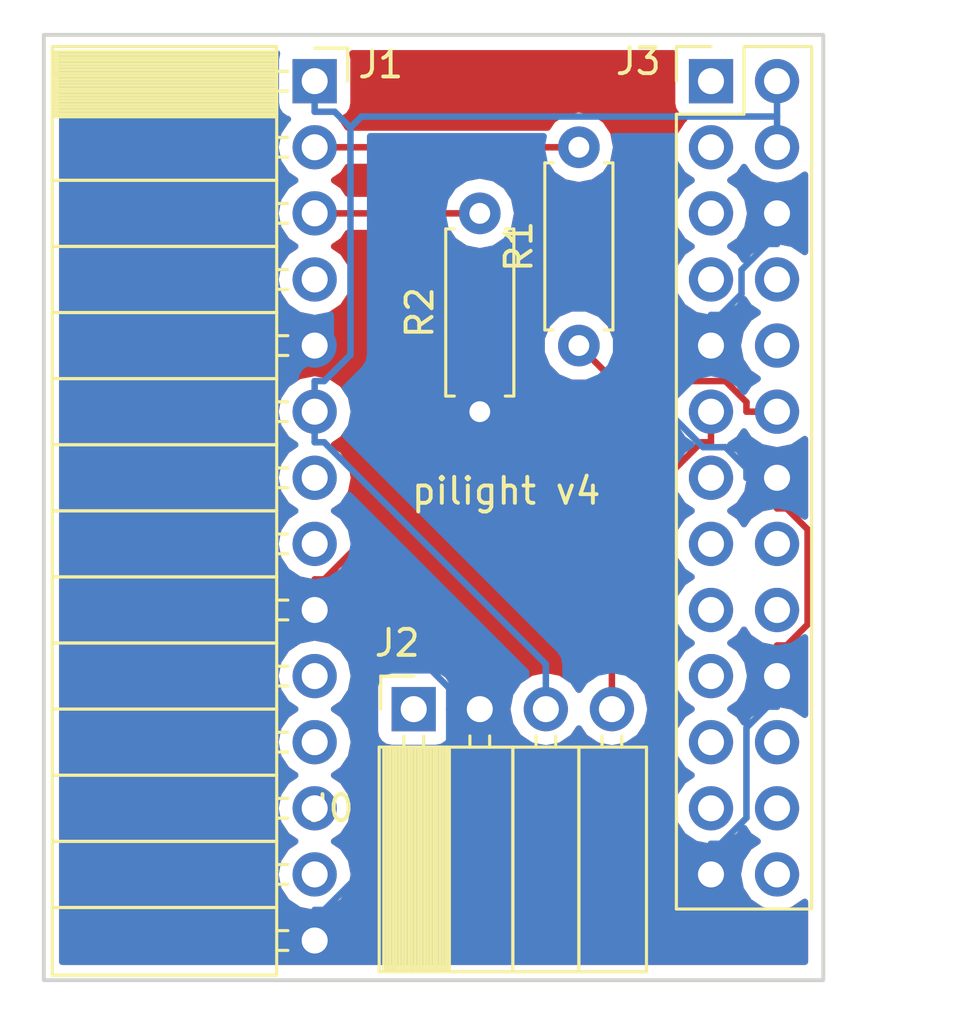
<source format=kicad_pcb>
(kicad_pcb (version 4) (host pcbnew 4.0.7)

  (general
    (links 17)
    (no_connects 0)
    (area 100.854761 70.364999 138.192382 108.755)
    (thickness 1.6)
    (drawings 5)
    (tracks 71)
    (zones 0)
    (modules 6)
    (nets 32)
  )

  (page A4)
  (title_block
    (title "pilight filter")
    (date 2018-09-23)
    (rev 1)
  )

  (layers
    (0 F.Cu signal)
    (31 B.Cu signal)
    (32 B.Adhes user)
    (33 F.Adhes user)
    (34 B.Paste user)
    (35 F.Paste user)
    (36 B.SilkS user)
    (37 F.SilkS user)
    (38 B.Mask user)
    (39 F.Mask user)
    (40 Dwgs.User user)
    (41 Cmts.User user)
    (42 Eco1.User user)
    (43 Eco2.User user)
    (44 Edge.Cuts user)
    (45 Margin user)
    (46 B.CrtYd user)
    (47 F.CrtYd user)
    (48 B.Fab user)
    (49 F.Fab user)
  )

  (setup
    (last_trace_width 0.5)
    (trace_clearance 0.2)
    (zone_clearance 0.508)
    (zone_45_only no)
    (trace_min 0.2)
    (segment_width 0.2)
    (edge_width 0.15)
    (via_size 0.6)
    (via_drill 0.4)
    (via_min_size 0.4)
    (via_min_drill 0.3)
    (uvia_size 0.3)
    (uvia_drill 0.1)
    (uvias_allowed no)
    (uvia_min_size 0.2)
    (uvia_min_drill 0.1)
    (pcb_text_width 0.3)
    (pcb_text_size 1.5 1.5)
    (mod_edge_width 0.15)
    (mod_text_size 1 1)
    (mod_text_width 0.15)
    (pad_size 1.524 1.524)
    (pad_drill 0.762)
    (pad_to_mask_clearance 0)
    (aux_axis_origin 0 0)
    (visible_elements FFFFFF7F)
    (pcbplotparams
      (layerselection 0x00030_80000001)
      (usegerberextensions false)
      (excludeedgelayer true)
      (linewidth 0.100000)
      (plotframeref false)
      (viasonmask false)
      (mode 1)
      (useauxorigin false)
      (hpglpennumber 1)
      (hpglpenspeed 20)
      (hpglpendiameter 15)
      (hpglpenoverlay 2)
      (psnegative false)
      (psa4output false)
      (plotreference true)
      (plotvalue true)
      (plotinvisibletext false)
      (padsonsilk false)
      (subtractmaskfromsilk false)
      (outputformat 1)
      (mirror false)
      (drillshape 0)
      (scaleselection 1)
      (outputdirectory ""))
  )

  (net 0 "")
  (net 1 "Net-(J1-Pad1)")
  (net 2 "Net-(J1-Pad2)")
  (net 3 "Net-(J1-Pad3)")
  (net 4 "Net-(J1-Pad4)")
  (net 5 "Net-(J1-Pad7)")
  (net 6 "Net-(J1-Pad8)")
  (net 7 "Net-(J1-Pad10)")
  (net 8 "Net-(J1-Pad11)")
  (net 9 "Net-(J1-Pad12)")
  (net 10 "Net-(J2-Pad1)")
  (net 11 "Net-(J2-Pad4)")
  (net 12 "Net-(J3-Pad1)")
  (net 13 "Net-(J3-Pad3)")
  (net 14 "Net-(J3-Pad5)")
  (net 15 "Net-(J3-Pad7)")
  (net 16 "Net-(J3-Pad8)")
  (net 17 "Net-(J3-Pad10)")
  (net 18 "Net-(J3-Pad12)")
  (net 19 "Net-(J3-Pad13)")
  (net 20 "Net-(J3-Pad15)")
  (net 21 "Net-(J3-Pad16)")
  (net 22 "Net-(J3-Pad17)")
  (net 23 "Net-(J3-Pad18)")
  (net 24 "Net-(J3-Pad19)")
  (net 25 "Net-(J3-Pad21)")
  (net 26 "Net-(J3-Pad22)")
  (net 27 "Net-(J3-Pad23)")
  (net 28 "Net-(J3-Pad24)")
  (net 29 "Net-(J3-Pad26)")
  (net 30 "Net-(J1-Pad13)")
  (net 31 /GND)

  (net_class Default "This is the default net class."
    (clearance 0.2)
    (trace_width 0.5)
    (via_dia 0.6)
    (via_drill 0.4)
    (uvia_dia 0.3)
    (uvia_drill 0.1)
    (add_net /GND)
    (add_net "Net-(J1-Pad1)")
    (add_net "Net-(J1-Pad10)")
    (add_net "Net-(J1-Pad11)")
    (add_net "Net-(J1-Pad12)")
    (add_net "Net-(J1-Pad13)")
    (add_net "Net-(J1-Pad2)")
    (add_net "Net-(J1-Pad3)")
    (add_net "Net-(J1-Pad4)")
    (add_net "Net-(J1-Pad7)")
    (add_net "Net-(J1-Pad8)")
    (add_net "Net-(J2-Pad1)")
    (add_net "Net-(J2-Pad4)")
    (add_net "Net-(J3-Pad1)")
    (add_net "Net-(J3-Pad10)")
    (add_net "Net-(J3-Pad12)")
    (add_net "Net-(J3-Pad13)")
    (add_net "Net-(J3-Pad15)")
    (add_net "Net-(J3-Pad16)")
    (add_net "Net-(J3-Pad17)")
    (add_net "Net-(J3-Pad18)")
    (add_net "Net-(J3-Pad19)")
    (add_net "Net-(J3-Pad21)")
    (add_net "Net-(J3-Pad22)")
    (add_net "Net-(J3-Pad23)")
    (add_net "Net-(J3-Pad24)")
    (add_net "Net-(J3-Pad26)")
    (add_net "Net-(J3-Pad3)")
    (add_net "Net-(J3-Pad5)")
    (add_net "Net-(J3-Pad7)")
    (add_net "Net-(J3-Pad8)")
  )

  (module Wire_Pads:SolderWirePad_single_0-8mmDrill (layer F.Cu) (tedit 5BCC69F8) (tstamp 5BC9EDB9)
    (at 113.665 102.87)
    (path /5BC9E39E)
    (fp_text reference J0 (at 0 -2.54) (layer F.SilkS)
      (effects (font (size 1 1) (thickness 0.15)))
    )
    (fp_text value RX-Ant (at 0 2.54) (layer F.Fab)
      (effects (font (size 1 1) (thickness 0.15)))
    )
  )

  (module Socket_Strips:Socket_Strip_Angled_1x14_Pitch2.54mm (layer F.Cu) (tedit 5BCA058A) (tstamp 5BC9EDCB)
    (at 113.03 72.39)
    (descr "Through hole angled socket strip, 1x14, 2.54mm pitch, 8.51mm socket length, single row")
    (tags "Through hole angled socket strip THT 1x14 2.54mm single row")
    (path /5BC9E17B)
    (fp_text reference J1 (at 2.54 -0.635) (layer F.SilkS)
      (effects (font (size 1 1) (thickness 0.15)))
    )
    (fp_text value Conn_01x14_Female (at -4.38 35.29) (layer F.Fab)
      (effects (font (size 1 1) (thickness 0.15)))
    )
    (fp_line (start -1.52 -1.27) (end -1.52 1.27) (layer F.Fab) (width 0.1))
    (fp_line (start -1.52 1.27) (end -10.03 1.27) (layer F.Fab) (width 0.1))
    (fp_line (start -10.03 1.27) (end -10.03 -1.27) (layer F.Fab) (width 0.1))
    (fp_line (start -10.03 -1.27) (end -1.52 -1.27) (layer F.Fab) (width 0.1))
    (fp_line (start 0 -0.32) (end 0 0.32) (layer F.Fab) (width 0.1))
    (fp_line (start 0 0.32) (end -1.52 0.32) (layer F.Fab) (width 0.1))
    (fp_line (start -1.52 0.32) (end -1.52 -0.32) (layer F.Fab) (width 0.1))
    (fp_line (start -1.52 -0.32) (end 0 -0.32) (layer F.Fab) (width 0.1))
    (fp_line (start -1.52 1.27) (end -1.52 3.81) (layer F.Fab) (width 0.1))
    (fp_line (start -1.52 3.81) (end -10.03 3.81) (layer F.Fab) (width 0.1))
    (fp_line (start -10.03 3.81) (end -10.03 1.27) (layer F.Fab) (width 0.1))
    (fp_line (start -10.03 1.27) (end -1.52 1.27) (layer F.Fab) (width 0.1))
    (fp_line (start 0 2.22) (end 0 2.86) (layer F.Fab) (width 0.1))
    (fp_line (start 0 2.86) (end -1.52 2.86) (layer F.Fab) (width 0.1))
    (fp_line (start -1.52 2.86) (end -1.52 2.22) (layer F.Fab) (width 0.1))
    (fp_line (start -1.52 2.22) (end 0 2.22) (layer F.Fab) (width 0.1))
    (fp_line (start -1.52 3.81) (end -1.52 6.35) (layer F.Fab) (width 0.1))
    (fp_line (start -1.52 6.35) (end -10.03 6.35) (layer F.Fab) (width 0.1))
    (fp_line (start -10.03 6.35) (end -10.03 3.81) (layer F.Fab) (width 0.1))
    (fp_line (start -10.03 3.81) (end -1.52 3.81) (layer F.Fab) (width 0.1))
    (fp_line (start 0 4.76) (end 0 5.4) (layer F.Fab) (width 0.1))
    (fp_line (start 0 5.4) (end -1.52 5.4) (layer F.Fab) (width 0.1))
    (fp_line (start -1.52 5.4) (end -1.52 4.76) (layer F.Fab) (width 0.1))
    (fp_line (start -1.52 4.76) (end 0 4.76) (layer F.Fab) (width 0.1))
    (fp_line (start -1.52 6.35) (end -1.52 8.89) (layer F.Fab) (width 0.1))
    (fp_line (start -1.52 8.89) (end -10.03 8.89) (layer F.Fab) (width 0.1))
    (fp_line (start -10.03 8.89) (end -10.03 6.35) (layer F.Fab) (width 0.1))
    (fp_line (start -10.03 6.35) (end -1.52 6.35) (layer F.Fab) (width 0.1))
    (fp_line (start 0 7.3) (end 0 7.94) (layer F.Fab) (width 0.1))
    (fp_line (start 0 7.94) (end -1.52 7.94) (layer F.Fab) (width 0.1))
    (fp_line (start -1.52 7.94) (end -1.52 7.3) (layer F.Fab) (width 0.1))
    (fp_line (start -1.52 7.3) (end 0 7.3) (layer F.Fab) (width 0.1))
    (fp_line (start -1.52 8.89) (end -1.52 11.43) (layer F.Fab) (width 0.1))
    (fp_line (start -1.52 11.43) (end -10.03 11.43) (layer F.Fab) (width 0.1))
    (fp_line (start -10.03 11.43) (end -10.03 8.89) (layer F.Fab) (width 0.1))
    (fp_line (start -10.03 8.89) (end -1.52 8.89) (layer F.Fab) (width 0.1))
    (fp_line (start 0 9.84) (end 0 10.48) (layer F.Fab) (width 0.1))
    (fp_line (start 0 10.48) (end -1.52 10.48) (layer F.Fab) (width 0.1))
    (fp_line (start -1.52 10.48) (end -1.52 9.84) (layer F.Fab) (width 0.1))
    (fp_line (start -1.52 9.84) (end 0 9.84) (layer F.Fab) (width 0.1))
    (fp_line (start -1.52 11.43) (end -1.52 13.97) (layer F.Fab) (width 0.1))
    (fp_line (start -1.52 13.97) (end -10.03 13.97) (layer F.Fab) (width 0.1))
    (fp_line (start -10.03 13.97) (end -10.03 11.43) (layer F.Fab) (width 0.1))
    (fp_line (start -10.03 11.43) (end -1.52 11.43) (layer F.Fab) (width 0.1))
    (fp_line (start 0 12.38) (end 0 13.02) (layer F.Fab) (width 0.1))
    (fp_line (start 0 13.02) (end -1.52 13.02) (layer F.Fab) (width 0.1))
    (fp_line (start -1.52 13.02) (end -1.52 12.38) (layer F.Fab) (width 0.1))
    (fp_line (start -1.52 12.38) (end 0 12.38) (layer F.Fab) (width 0.1))
    (fp_line (start -1.52 13.97) (end -1.52 16.51) (layer F.Fab) (width 0.1))
    (fp_line (start -1.52 16.51) (end -10.03 16.51) (layer F.Fab) (width 0.1))
    (fp_line (start -10.03 16.51) (end -10.03 13.97) (layer F.Fab) (width 0.1))
    (fp_line (start -10.03 13.97) (end -1.52 13.97) (layer F.Fab) (width 0.1))
    (fp_line (start 0 14.92) (end 0 15.56) (layer F.Fab) (width 0.1))
    (fp_line (start 0 15.56) (end -1.52 15.56) (layer F.Fab) (width 0.1))
    (fp_line (start -1.52 15.56) (end -1.52 14.92) (layer F.Fab) (width 0.1))
    (fp_line (start -1.52 14.92) (end 0 14.92) (layer F.Fab) (width 0.1))
    (fp_line (start -1.52 16.51) (end -1.52 19.05) (layer F.Fab) (width 0.1))
    (fp_line (start -1.52 19.05) (end -10.03 19.05) (layer F.Fab) (width 0.1))
    (fp_line (start -10.03 19.05) (end -10.03 16.51) (layer F.Fab) (width 0.1))
    (fp_line (start -10.03 16.51) (end -1.52 16.51) (layer F.Fab) (width 0.1))
    (fp_line (start 0 17.46) (end 0 18.1) (layer F.Fab) (width 0.1))
    (fp_line (start 0 18.1) (end -1.52 18.1) (layer F.Fab) (width 0.1))
    (fp_line (start -1.52 18.1) (end -1.52 17.46) (layer F.Fab) (width 0.1))
    (fp_line (start -1.52 17.46) (end 0 17.46) (layer F.Fab) (width 0.1))
    (fp_line (start -1.52 19.05) (end -1.52 21.59) (layer F.Fab) (width 0.1))
    (fp_line (start -1.52 21.59) (end -10.03 21.59) (layer F.Fab) (width 0.1))
    (fp_line (start -10.03 21.59) (end -10.03 19.05) (layer F.Fab) (width 0.1))
    (fp_line (start -10.03 19.05) (end -1.52 19.05) (layer F.Fab) (width 0.1))
    (fp_line (start 0 20) (end 0 20.64) (layer F.Fab) (width 0.1))
    (fp_line (start 0 20.64) (end -1.52 20.64) (layer F.Fab) (width 0.1))
    (fp_line (start -1.52 20.64) (end -1.52 20) (layer F.Fab) (width 0.1))
    (fp_line (start -1.52 20) (end 0 20) (layer F.Fab) (width 0.1))
    (fp_line (start -1.52 21.59) (end -1.52 24.13) (layer F.Fab) (width 0.1))
    (fp_line (start -1.52 24.13) (end -10.03 24.13) (layer F.Fab) (width 0.1))
    (fp_line (start -10.03 24.13) (end -10.03 21.59) (layer F.Fab) (width 0.1))
    (fp_line (start -10.03 21.59) (end -1.52 21.59) (layer F.Fab) (width 0.1))
    (fp_line (start 0 22.54) (end 0 23.18) (layer F.Fab) (width 0.1))
    (fp_line (start 0 23.18) (end -1.52 23.18) (layer F.Fab) (width 0.1))
    (fp_line (start -1.52 23.18) (end -1.52 22.54) (layer F.Fab) (width 0.1))
    (fp_line (start -1.52 22.54) (end 0 22.54) (layer F.Fab) (width 0.1))
    (fp_line (start -1.52 24.13) (end -1.52 26.67) (layer F.Fab) (width 0.1))
    (fp_line (start -1.52 26.67) (end -10.03 26.67) (layer F.Fab) (width 0.1))
    (fp_line (start -10.03 26.67) (end -10.03 24.13) (layer F.Fab) (width 0.1))
    (fp_line (start -10.03 24.13) (end -1.52 24.13) (layer F.Fab) (width 0.1))
    (fp_line (start 0 25.08) (end 0 25.72) (layer F.Fab) (width 0.1))
    (fp_line (start 0 25.72) (end -1.52 25.72) (layer F.Fab) (width 0.1))
    (fp_line (start -1.52 25.72) (end -1.52 25.08) (layer F.Fab) (width 0.1))
    (fp_line (start -1.52 25.08) (end 0 25.08) (layer F.Fab) (width 0.1))
    (fp_line (start -1.52 26.67) (end -1.52 29.21) (layer F.Fab) (width 0.1))
    (fp_line (start -1.52 29.21) (end -10.03 29.21) (layer F.Fab) (width 0.1))
    (fp_line (start -10.03 29.21) (end -10.03 26.67) (layer F.Fab) (width 0.1))
    (fp_line (start -10.03 26.67) (end -1.52 26.67) (layer F.Fab) (width 0.1))
    (fp_line (start 0 27.62) (end 0 28.26) (layer F.Fab) (width 0.1))
    (fp_line (start 0 28.26) (end -1.52 28.26) (layer F.Fab) (width 0.1))
    (fp_line (start -1.52 28.26) (end -1.52 27.62) (layer F.Fab) (width 0.1))
    (fp_line (start -1.52 27.62) (end 0 27.62) (layer F.Fab) (width 0.1))
    (fp_line (start -1.52 29.21) (end -1.52 31.75) (layer F.Fab) (width 0.1))
    (fp_line (start -1.52 31.75) (end -10.03 31.75) (layer F.Fab) (width 0.1))
    (fp_line (start -10.03 31.75) (end -10.03 29.21) (layer F.Fab) (width 0.1))
    (fp_line (start -10.03 29.21) (end -1.52 29.21) (layer F.Fab) (width 0.1))
    (fp_line (start 0 30.16) (end 0 30.8) (layer F.Fab) (width 0.1))
    (fp_line (start 0 30.8) (end -1.52 30.8) (layer F.Fab) (width 0.1))
    (fp_line (start -1.52 30.8) (end -1.52 30.16) (layer F.Fab) (width 0.1))
    (fp_line (start -1.52 30.16) (end 0 30.16) (layer F.Fab) (width 0.1))
    (fp_line (start -1.52 31.75) (end -1.52 34.29) (layer F.Fab) (width 0.1))
    (fp_line (start -1.52 34.29) (end -10.03 34.29) (layer F.Fab) (width 0.1))
    (fp_line (start -10.03 34.29) (end -10.03 31.75) (layer F.Fab) (width 0.1))
    (fp_line (start -10.03 31.75) (end -1.52 31.75) (layer F.Fab) (width 0.1))
    (fp_line (start 0 32.7) (end 0 33.34) (layer F.Fab) (width 0.1))
    (fp_line (start 0 33.34) (end -1.52 33.34) (layer F.Fab) (width 0.1))
    (fp_line (start -1.52 33.34) (end -1.52 32.7) (layer F.Fab) (width 0.1))
    (fp_line (start -1.52 32.7) (end 0 32.7) (layer F.Fab) (width 0.1))
    (fp_line (start -1.46 -1.33) (end -1.46 1.27) (layer F.SilkS) (width 0.12))
    (fp_line (start -1.46 1.27) (end -10.09 1.27) (layer F.SilkS) (width 0.12))
    (fp_line (start -10.09 1.27) (end -10.09 -1.33) (layer F.SilkS) (width 0.12))
    (fp_line (start -10.09 -1.33) (end -1.46 -1.33) (layer F.SilkS) (width 0.12))
    (fp_line (start -1.03 -0.38) (end -1.46 -0.38) (layer F.SilkS) (width 0.12))
    (fp_line (start -1.03 0.38) (end -1.46 0.38) (layer F.SilkS) (width 0.12))
    (fp_line (start -1.46 -1.15) (end -10.09 -1.15) (layer F.SilkS) (width 0.12))
    (fp_line (start -1.46 -1.03) (end -10.09 -1.03) (layer F.SilkS) (width 0.12))
    (fp_line (start -1.46 -0.91) (end -10.09 -0.91) (layer F.SilkS) (width 0.12))
    (fp_line (start -1.46 -0.79) (end -10.09 -0.79) (layer F.SilkS) (width 0.12))
    (fp_line (start -1.46 -0.67) (end -10.09 -0.67) (layer F.SilkS) (width 0.12))
    (fp_line (start -1.46 -0.55) (end -10.09 -0.55) (layer F.SilkS) (width 0.12))
    (fp_line (start -1.46 -0.43) (end -10.09 -0.43) (layer F.SilkS) (width 0.12))
    (fp_line (start -1.46 -0.31) (end -10.09 -0.31) (layer F.SilkS) (width 0.12))
    (fp_line (start -1.46 -0.19) (end -10.09 -0.19) (layer F.SilkS) (width 0.12))
    (fp_line (start -1.46 -0.07) (end -10.09 -0.07) (layer F.SilkS) (width 0.12))
    (fp_line (start -1.46 0.05) (end -10.09 0.05) (layer F.SilkS) (width 0.12))
    (fp_line (start -1.46 0.17) (end -10.09 0.17) (layer F.SilkS) (width 0.12))
    (fp_line (start -1.46 0.29) (end -10.09 0.29) (layer F.SilkS) (width 0.12))
    (fp_line (start -1.46 0.41) (end -10.09 0.41) (layer F.SilkS) (width 0.12))
    (fp_line (start -1.46 0.53) (end -10.09 0.53) (layer F.SilkS) (width 0.12))
    (fp_line (start -1.46 0.65) (end -10.09 0.65) (layer F.SilkS) (width 0.12))
    (fp_line (start -1.46 0.77) (end -10.09 0.77) (layer F.SilkS) (width 0.12))
    (fp_line (start -1.46 0.89) (end -10.09 0.89) (layer F.SilkS) (width 0.12))
    (fp_line (start -1.46 1.01) (end -10.09 1.01) (layer F.SilkS) (width 0.12))
    (fp_line (start -1.46 1.13) (end -10.09 1.13) (layer F.SilkS) (width 0.12))
    (fp_line (start -1.46 1.25) (end -10.09 1.25) (layer F.SilkS) (width 0.12))
    (fp_line (start -1.46 1.37) (end -10.09 1.37) (layer F.SilkS) (width 0.12))
    (fp_line (start -1.46 1.27) (end -1.46 3.81) (layer F.SilkS) (width 0.12))
    (fp_line (start -1.46 3.81) (end -10.09 3.81) (layer F.SilkS) (width 0.12))
    (fp_line (start -10.09 3.81) (end -10.09 1.27) (layer F.SilkS) (width 0.12))
    (fp_line (start -10.09 1.27) (end -1.46 1.27) (layer F.SilkS) (width 0.12))
    (fp_line (start -1.03 2.16) (end -1.46 2.16) (layer F.SilkS) (width 0.12))
    (fp_line (start -1.03 2.92) (end -1.46 2.92) (layer F.SilkS) (width 0.12))
    (fp_line (start -1.46 3.81) (end -1.46 6.35) (layer F.SilkS) (width 0.12))
    (fp_line (start -1.46 6.35) (end -10.09 6.35) (layer F.SilkS) (width 0.12))
    (fp_line (start -10.09 6.35) (end -10.09 3.81) (layer F.SilkS) (width 0.12))
    (fp_line (start -10.09 3.81) (end -1.46 3.81) (layer F.SilkS) (width 0.12))
    (fp_line (start -1.03 4.7) (end -1.46 4.7) (layer F.SilkS) (width 0.12))
    (fp_line (start -1.03 5.46) (end -1.46 5.46) (layer F.SilkS) (width 0.12))
    (fp_line (start -1.46 6.35) (end -1.46 8.89) (layer F.SilkS) (width 0.12))
    (fp_line (start -1.46 8.89) (end -10.09 8.89) (layer F.SilkS) (width 0.12))
    (fp_line (start -10.09 8.89) (end -10.09 6.35) (layer F.SilkS) (width 0.12))
    (fp_line (start -10.09 6.35) (end -1.46 6.35) (layer F.SilkS) (width 0.12))
    (fp_line (start -1.03 7.24) (end -1.46 7.24) (layer F.SilkS) (width 0.12))
    (fp_line (start -1.03 8) (end -1.46 8) (layer F.SilkS) (width 0.12))
    (fp_line (start -1.46 8.89) (end -1.46 11.43) (layer F.SilkS) (width 0.12))
    (fp_line (start -1.46 11.43) (end -10.09 11.43) (layer F.SilkS) (width 0.12))
    (fp_line (start -10.09 11.43) (end -10.09 8.89) (layer F.SilkS) (width 0.12))
    (fp_line (start -10.09 8.89) (end -1.46 8.89) (layer F.SilkS) (width 0.12))
    (fp_line (start -1.03 9.78) (end -1.46 9.78) (layer F.SilkS) (width 0.12))
    (fp_line (start -1.03 10.54) (end -1.46 10.54) (layer F.SilkS) (width 0.12))
    (fp_line (start -1.46 11.43) (end -1.46 13.97) (layer F.SilkS) (width 0.12))
    (fp_line (start -1.46 13.97) (end -10.09 13.97) (layer F.SilkS) (width 0.12))
    (fp_line (start -10.09 13.97) (end -10.09 11.43) (layer F.SilkS) (width 0.12))
    (fp_line (start -10.09 11.43) (end -1.46 11.43) (layer F.SilkS) (width 0.12))
    (fp_line (start -1.03 12.32) (end -1.46 12.32) (layer F.SilkS) (width 0.12))
    (fp_line (start -1.03 13.08) (end -1.46 13.08) (layer F.SilkS) (width 0.12))
    (fp_line (start -1.46 13.97) (end -1.46 16.51) (layer F.SilkS) (width 0.12))
    (fp_line (start -1.46 16.51) (end -10.09 16.51) (layer F.SilkS) (width 0.12))
    (fp_line (start -10.09 16.51) (end -10.09 13.97) (layer F.SilkS) (width 0.12))
    (fp_line (start -10.09 13.97) (end -1.46 13.97) (layer F.SilkS) (width 0.12))
    (fp_line (start -1.03 14.86) (end -1.46 14.86) (layer F.SilkS) (width 0.12))
    (fp_line (start -1.03 15.62) (end -1.46 15.62) (layer F.SilkS) (width 0.12))
    (fp_line (start -1.46 16.51) (end -1.46 19.05) (layer F.SilkS) (width 0.12))
    (fp_line (start -1.46 19.05) (end -10.09 19.05) (layer F.SilkS) (width 0.12))
    (fp_line (start -10.09 19.05) (end -10.09 16.51) (layer F.SilkS) (width 0.12))
    (fp_line (start -10.09 16.51) (end -1.46 16.51) (layer F.SilkS) (width 0.12))
    (fp_line (start -1.03 17.4) (end -1.46 17.4) (layer F.SilkS) (width 0.12))
    (fp_line (start -1.03 18.16) (end -1.46 18.16) (layer F.SilkS) (width 0.12))
    (fp_line (start -1.46 19.05) (end -1.46 21.59) (layer F.SilkS) (width 0.12))
    (fp_line (start -1.46 21.59) (end -10.09 21.59) (layer F.SilkS) (width 0.12))
    (fp_line (start -10.09 21.59) (end -10.09 19.05) (layer F.SilkS) (width 0.12))
    (fp_line (start -10.09 19.05) (end -1.46 19.05) (layer F.SilkS) (width 0.12))
    (fp_line (start -1.03 19.94) (end -1.46 19.94) (layer F.SilkS) (width 0.12))
    (fp_line (start -1.03 20.7) (end -1.46 20.7) (layer F.SilkS) (width 0.12))
    (fp_line (start -1.46 21.59) (end -1.46 24.13) (layer F.SilkS) (width 0.12))
    (fp_line (start -1.46 24.13) (end -10.09 24.13) (layer F.SilkS) (width 0.12))
    (fp_line (start -10.09 24.13) (end -10.09 21.59) (layer F.SilkS) (width 0.12))
    (fp_line (start -10.09 21.59) (end -1.46 21.59) (layer F.SilkS) (width 0.12))
    (fp_line (start -1.03 22.48) (end -1.46 22.48) (layer F.SilkS) (width 0.12))
    (fp_line (start -1.03 23.24) (end -1.46 23.24) (layer F.SilkS) (width 0.12))
    (fp_line (start -1.46 24.13) (end -1.46 26.67) (layer F.SilkS) (width 0.12))
    (fp_line (start -1.46 26.67) (end -10.09 26.67) (layer F.SilkS) (width 0.12))
    (fp_line (start -10.09 26.67) (end -10.09 24.13) (layer F.SilkS) (width 0.12))
    (fp_line (start -10.09 24.13) (end -1.46 24.13) (layer F.SilkS) (width 0.12))
    (fp_line (start -1.03 25.02) (end -1.46 25.02) (layer F.SilkS) (width 0.12))
    (fp_line (start -1.03 25.78) (end -1.46 25.78) (layer F.SilkS) (width 0.12))
    (fp_line (start -1.46 26.67) (end -1.46 29.21) (layer F.SilkS) (width 0.12))
    (fp_line (start -1.46 29.21) (end -10.09 29.21) (layer F.SilkS) (width 0.12))
    (fp_line (start -10.09 29.21) (end -10.09 26.67) (layer F.SilkS) (width 0.12))
    (fp_line (start -10.09 26.67) (end -1.46 26.67) (layer F.SilkS) (width 0.12))
    (fp_line (start -1.03 27.56) (end -1.46 27.56) (layer F.SilkS) (width 0.12))
    (fp_line (start -1.03 28.32) (end -1.46 28.32) (layer F.SilkS) (width 0.12))
    (fp_line (start -1.46 29.21) (end -1.46 31.75) (layer F.SilkS) (width 0.12))
    (fp_line (start -1.46 31.75) (end -10.09 31.75) (layer F.SilkS) (width 0.12))
    (fp_line (start -10.09 31.75) (end -10.09 29.21) (layer F.SilkS) (width 0.12))
    (fp_line (start -10.09 29.21) (end -1.46 29.21) (layer F.SilkS) (width 0.12))
    (fp_line (start -1.03 30.1) (end -1.46 30.1) (layer F.SilkS) (width 0.12))
    (fp_line (start -1.03 30.86) (end -1.46 30.86) (layer F.SilkS) (width 0.12))
    (fp_line (start -1.46 31.75) (end -1.46 34.35) (layer F.SilkS) (width 0.12))
    (fp_line (start -1.46 34.35) (end -10.09 34.35) (layer F.SilkS) (width 0.12))
    (fp_line (start -10.09 34.35) (end -10.09 31.75) (layer F.SilkS) (width 0.12))
    (fp_line (start -10.09 31.75) (end -1.46 31.75) (layer F.SilkS) (width 0.12))
    (fp_line (start -1.03 32.64) (end -1.46 32.64) (layer F.SilkS) (width 0.12))
    (fp_line (start -1.03 33.4) (end -1.46 33.4) (layer F.SilkS) (width 0.12))
    (fp_line (start 0 -1.27) (end 1.27 -1.27) (layer F.SilkS) (width 0.12))
    (fp_line (start 1.27 -1.27) (end 1.27 0) (layer F.SilkS) (width 0.12))
    (fp_line (start 1.8 -1.8) (end 1.8 34.8) (layer F.CrtYd) (width 0.05))
    (fp_line (start 1.8 34.8) (end -10.55 34.8) (layer F.CrtYd) (width 0.05))
    (fp_line (start -10.55 34.8) (end -10.55 -1.8) (layer F.CrtYd) (width 0.05))
    (fp_line (start -10.55 -1.8) (end 1.8 -1.8) (layer F.CrtYd) (width 0.05))
    (fp_text user %R (at -4.38 -2.27) (layer F.Fab)
      (effects (font (size 1 1) (thickness 0.15)))
    )
    (pad 1 thru_hole rect (at 0 0) (size 1.7 1.7) (drill 1) (layers *.Cu *.Mask)
      (net 1 "Net-(J1-Pad1)"))
    (pad 2 thru_hole oval (at 0 2.54) (size 1.7 1.7) (drill 1) (layers *.Cu *.Mask)
      (net 2 "Net-(J1-Pad2)"))
    (pad 3 thru_hole oval (at 0 5.08) (size 1.7 1.7) (drill 1) (layers *.Cu *.Mask)
      (net 3 "Net-(J1-Pad3)"))
    (pad 4 thru_hole oval (at 0 7.62) (size 1.7 1.7) (drill 1) (layers *.Cu *.Mask)
      (net 4 "Net-(J1-Pad4)"))
    (pad 5 thru_hole oval (at 0 10.16) (size 1.7 1.7) (drill 1) (layers *.Cu *.Mask)
      (net 31 /GND))
    (pad 6 thru_hole oval (at 0 12.7) (size 1.7 1.7) (drill 1) (layers *.Cu *.Mask)
      (net 1 "Net-(J1-Pad1)"))
    (pad 7 thru_hole oval (at 0 15.24) (size 1.7 1.7) (drill 1) (layers *.Cu *.Mask)
      (net 5 "Net-(J1-Pad7)"))
    (pad 8 thru_hole oval (at 0 17.78) (size 1.7 1.7) (drill 1) (layers *.Cu *.Mask)
      (net 6 "Net-(J1-Pad8)"))
    (pad 9 thru_hole oval (at 0 20.32) (size 1.7 1.7) (drill 1) (layers *.Cu *.Mask)
      (net 31 /GND))
    (pad 10 thru_hole oval (at 0 22.86) (size 1.7 1.7) (drill 1) (layers *.Cu *.Mask)
      (net 7 "Net-(J1-Pad10)"))
    (pad 11 thru_hole oval (at 0 25.4) (size 1.7 1.7) (drill 1) (layers *.Cu *.Mask)
      (net 8 "Net-(J1-Pad11)"))
    (pad 12 thru_hole oval (at 0 27.94) (size 1.7 1.7) (drill 1) (layers *.Cu *.Mask)
      (net 9 "Net-(J1-Pad12)"))
    (pad 13 thru_hole oval (at 0 30.48) (size 1.7 1.7) (drill 1) (layers *.Cu *.Mask)
      (net 30 "Net-(J1-Pad13)"))
    (pad 14 thru_hole oval (at 0 33.02) (size 1.7 1.7) (drill 1) (layers *.Cu *.Mask)
      (net 31 /GND))
    (model ${KISYS3DMOD}/Socket_Strips.3dshapes/Socket_Strip_Angled_1x14_Pitch2.54mm.wrl
      (at (xyz 0 -0.65 0))
      (scale (xyz 1 1 1))
      (rotate (xyz 0 0 270))
    )
  )

  (module Socket_Strips:Socket_Strip_Angled_1x04_Pitch2.54mm (layer F.Cu) (tedit 5BCA0579) (tstamp 5BC9EDD3)
    (at 116.84 96.52 90)
    (descr "Through hole angled socket strip, 1x04, 2.54mm pitch, 8.51mm socket length, single row")
    (tags "Through hole angled socket strip THT 1x04 2.54mm single row")
    (path /5B9E3D84)
    (fp_text reference J2 (at 2.54 -0.635 180) (layer F.SilkS)
      (effects (font (size 1 1) (thickness 0.15)))
    )
    (fp_text value Conn_01x04_Female (at -4.38 9.89 90) (layer F.Fab)
      (effects (font (size 1 1) (thickness 0.15)))
    )
    (fp_line (start -1.52 -1.27) (end -1.52 1.27) (layer F.Fab) (width 0.1))
    (fp_line (start -1.52 1.27) (end -10.03 1.27) (layer F.Fab) (width 0.1))
    (fp_line (start -10.03 1.27) (end -10.03 -1.27) (layer F.Fab) (width 0.1))
    (fp_line (start -10.03 -1.27) (end -1.52 -1.27) (layer F.Fab) (width 0.1))
    (fp_line (start 0 -0.32) (end 0 0.32) (layer F.Fab) (width 0.1))
    (fp_line (start 0 0.32) (end -1.52 0.32) (layer F.Fab) (width 0.1))
    (fp_line (start -1.52 0.32) (end -1.52 -0.32) (layer F.Fab) (width 0.1))
    (fp_line (start -1.52 -0.32) (end 0 -0.32) (layer F.Fab) (width 0.1))
    (fp_line (start -1.52 1.27) (end -1.52 3.81) (layer F.Fab) (width 0.1))
    (fp_line (start -1.52 3.81) (end -10.03 3.81) (layer F.Fab) (width 0.1))
    (fp_line (start -10.03 3.81) (end -10.03 1.27) (layer F.Fab) (width 0.1))
    (fp_line (start -10.03 1.27) (end -1.52 1.27) (layer F.Fab) (width 0.1))
    (fp_line (start 0 2.22) (end 0 2.86) (layer F.Fab) (width 0.1))
    (fp_line (start 0 2.86) (end -1.52 2.86) (layer F.Fab) (width 0.1))
    (fp_line (start -1.52 2.86) (end -1.52 2.22) (layer F.Fab) (width 0.1))
    (fp_line (start -1.52 2.22) (end 0 2.22) (layer F.Fab) (width 0.1))
    (fp_line (start -1.52 3.81) (end -1.52 6.35) (layer F.Fab) (width 0.1))
    (fp_line (start -1.52 6.35) (end -10.03 6.35) (layer F.Fab) (width 0.1))
    (fp_line (start -10.03 6.35) (end -10.03 3.81) (layer F.Fab) (width 0.1))
    (fp_line (start -10.03 3.81) (end -1.52 3.81) (layer F.Fab) (width 0.1))
    (fp_line (start 0 4.76) (end 0 5.4) (layer F.Fab) (width 0.1))
    (fp_line (start 0 5.4) (end -1.52 5.4) (layer F.Fab) (width 0.1))
    (fp_line (start -1.52 5.4) (end -1.52 4.76) (layer F.Fab) (width 0.1))
    (fp_line (start -1.52 4.76) (end 0 4.76) (layer F.Fab) (width 0.1))
    (fp_line (start -1.52 6.35) (end -1.52 8.89) (layer F.Fab) (width 0.1))
    (fp_line (start -1.52 8.89) (end -10.03 8.89) (layer F.Fab) (width 0.1))
    (fp_line (start -10.03 8.89) (end -10.03 6.35) (layer F.Fab) (width 0.1))
    (fp_line (start -10.03 6.35) (end -1.52 6.35) (layer F.Fab) (width 0.1))
    (fp_line (start 0 7.3) (end 0 7.94) (layer F.Fab) (width 0.1))
    (fp_line (start 0 7.94) (end -1.52 7.94) (layer F.Fab) (width 0.1))
    (fp_line (start -1.52 7.94) (end -1.52 7.3) (layer F.Fab) (width 0.1))
    (fp_line (start -1.52 7.3) (end 0 7.3) (layer F.Fab) (width 0.1))
    (fp_line (start -1.46 -1.33) (end -1.46 1.27) (layer F.SilkS) (width 0.12))
    (fp_line (start -1.46 1.27) (end -10.09 1.27) (layer F.SilkS) (width 0.12))
    (fp_line (start -10.09 1.27) (end -10.09 -1.33) (layer F.SilkS) (width 0.12))
    (fp_line (start -10.09 -1.33) (end -1.46 -1.33) (layer F.SilkS) (width 0.12))
    (fp_line (start -1.03 -0.38) (end -1.46 -0.38) (layer F.SilkS) (width 0.12))
    (fp_line (start -1.03 0.38) (end -1.46 0.38) (layer F.SilkS) (width 0.12))
    (fp_line (start -1.46 -1.15) (end -10.09 -1.15) (layer F.SilkS) (width 0.12))
    (fp_line (start -1.46 -1.03) (end -10.09 -1.03) (layer F.SilkS) (width 0.12))
    (fp_line (start -1.46 -0.91) (end -10.09 -0.91) (layer F.SilkS) (width 0.12))
    (fp_line (start -1.46 -0.79) (end -10.09 -0.79) (layer F.SilkS) (width 0.12))
    (fp_line (start -1.46 -0.67) (end -10.09 -0.67) (layer F.SilkS) (width 0.12))
    (fp_line (start -1.46 -0.55) (end -10.09 -0.55) (layer F.SilkS) (width 0.12))
    (fp_line (start -1.46 -0.43) (end -10.09 -0.43) (layer F.SilkS) (width 0.12))
    (fp_line (start -1.46 -0.31) (end -10.09 -0.31) (layer F.SilkS) (width 0.12))
    (fp_line (start -1.46 -0.19) (end -10.09 -0.19) (layer F.SilkS) (width 0.12))
    (fp_line (start -1.46 -0.07) (end -10.09 -0.07) (layer F.SilkS) (width 0.12))
    (fp_line (start -1.46 0.05) (end -10.09 0.05) (layer F.SilkS) (width 0.12))
    (fp_line (start -1.46 0.17) (end -10.09 0.17) (layer F.SilkS) (width 0.12))
    (fp_line (start -1.46 0.29) (end -10.09 0.29) (layer F.SilkS) (width 0.12))
    (fp_line (start -1.46 0.41) (end -10.09 0.41) (layer F.SilkS) (width 0.12))
    (fp_line (start -1.46 0.53) (end -10.09 0.53) (layer F.SilkS) (width 0.12))
    (fp_line (start -1.46 0.65) (end -10.09 0.65) (layer F.SilkS) (width 0.12))
    (fp_line (start -1.46 0.77) (end -10.09 0.77) (layer F.SilkS) (width 0.12))
    (fp_line (start -1.46 0.89) (end -10.09 0.89) (layer F.SilkS) (width 0.12))
    (fp_line (start -1.46 1.01) (end -10.09 1.01) (layer F.SilkS) (width 0.12))
    (fp_line (start -1.46 1.13) (end -10.09 1.13) (layer F.SilkS) (width 0.12))
    (fp_line (start -1.46 1.25) (end -10.09 1.25) (layer F.SilkS) (width 0.12))
    (fp_line (start -1.46 1.37) (end -10.09 1.37) (layer F.SilkS) (width 0.12))
    (fp_line (start -1.46 1.27) (end -1.46 3.81) (layer F.SilkS) (width 0.12))
    (fp_line (start -1.46 3.81) (end -10.09 3.81) (layer F.SilkS) (width 0.12))
    (fp_line (start -10.09 3.81) (end -10.09 1.27) (layer F.SilkS) (width 0.12))
    (fp_line (start -10.09 1.27) (end -1.46 1.27) (layer F.SilkS) (width 0.12))
    (fp_line (start -1.03 2.16) (end -1.46 2.16) (layer F.SilkS) (width 0.12))
    (fp_line (start -1.03 2.92) (end -1.46 2.92) (layer F.SilkS) (width 0.12))
    (fp_line (start -1.46 3.81) (end -1.46 6.35) (layer F.SilkS) (width 0.12))
    (fp_line (start -1.46 6.35) (end -10.09 6.35) (layer F.SilkS) (width 0.12))
    (fp_line (start -10.09 6.35) (end -10.09 3.81) (layer F.SilkS) (width 0.12))
    (fp_line (start -10.09 3.81) (end -1.46 3.81) (layer F.SilkS) (width 0.12))
    (fp_line (start -1.03 4.7) (end -1.46 4.7) (layer F.SilkS) (width 0.12))
    (fp_line (start -1.03 5.46) (end -1.46 5.46) (layer F.SilkS) (width 0.12))
    (fp_line (start -1.46 6.35) (end -1.46 8.95) (layer F.SilkS) (width 0.12))
    (fp_line (start -1.46 8.95) (end -10.09 8.95) (layer F.SilkS) (width 0.12))
    (fp_line (start -10.09 8.95) (end -10.09 6.35) (layer F.SilkS) (width 0.12))
    (fp_line (start -10.09 6.35) (end -1.46 6.35) (layer F.SilkS) (width 0.12))
    (fp_line (start -1.03 7.24) (end -1.46 7.24) (layer F.SilkS) (width 0.12))
    (fp_line (start -1.03 8) (end -1.46 8) (layer F.SilkS) (width 0.12))
    (fp_line (start 0 -1.27) (end 1.27 -1.27) (layer F.SilkS) (width 0.12))
    (fp_line (start 1.27 -1.27) (end 1.27 0) (layer F.SilkS) (width 0.12))
    (fp_line (start 1.8 -1.8) (end 1.8 9.4) (layer F.CrtYd) (width 0.05))
    (fp_line (start 1.8 9.4) (end -10.55 9.4) (layer F.CrtYd) (width 0.05))
    (fp_line (start -10.55 9.4) (end -10.55 -1.8) (layer F.CrtYd) (width 0.05))
    (fp_line (start -10.55 -1.8) (end 1.8 -1.8) (layer F.CrtYd) (width 0.05))
    (fp_text user %R (at -4.38 -2.27 90) (layer F.Fab)
      (effects (font (size 1 1) (thickness 0.15)))
    )
    (pad 1 thru_hole rect (at 0 0 90) (size 1.7 1.7) (drill 1) (layers *.Cu *.Mask)
      (net 10 "Net-(J2-Pad1)"))
    (pad 2 thru_hole oval (at 0 2.54 90) (size 1.7 1.7) (drill 1) (layers *.Cu *.Mask)
      (net 31 /GND))
    (pad 3 thru_hole oval (at 0 5.08 90) (size 1.7 1.7) (drill 1) (layers *.Cu *.Mask)
      (net 1 "Net-(J1-Pad1)"))
    (pad 4 thru_hole oval (at 0 7.62 90) (size 1.7 1.7) (drill 1) (layers *.Cu *.Mask)
      (net 11 "Net-(J2-Pad4)"))
    (model ${KISYS3DMOD}/Socket_Strips.3dshapes/Socket_Strip_Angled_1x04_Pitch2.54mm.wrl
      (at (xyz 0 -0.15 0))
      (scale (xyz 1 1 1))
      (rotate (xyz 0 0 270))
    )
  )

  (module Resistors_THT:R_Axial_DIN0207_L6.3mm_D2.5mm_P7.62mm_Horizontal (layer F.Cu) (tedit 5874F706) (tstamp 5BC9EDF7)
    (at 123.19 82.55 90)
    (descr "Resistor, Axial_DIN0207 series, Axial, Horizontal, pin pitch=7.62mm, 0.25W = 1/4W, length*diameter=6.3*2.5mm^2, http://cdn-reichelt.de/documents/datenblatt/B400/1_4W%23YAG.pdf")
    (tags "Resistor Axial_DIN0207 series Axial Horizontal pin pitch 7.62mm 0.25W = 1/4W length 6.3mm diameter 2.5mm")
    (path /5BC9E74F)
    (fp_text reference R1 (at 3.81 -2.31 90) (layer F.SilkS)
      (effects (font (size 1 1) (thickness 0.15)))
    )
    (fp_text value 1k (at 3.81 2.31 90) (layer F.Fab)
      (effects (font (size 1 1) (thickness 0.15)))
    )
    (fp_line (start 0.66 -1.25) (end 0.66 1.25) (layer F.Fab) (width 0.1))
    (fp_line (start 0.66 1.25) (end 6.96 1.25) (layer F.Fab) (width 0.1))
    (fp_line (start 6.96 1.25) (end 6.96 -1.25) (layer F.Fab) (width 0.1))
    (fp_line (start 6.96 -1.25) (end 0.66 -1.25) (layer F.Fab) (width 0.1))
    (fp_line (start 0 0) (end 0.66 0) (layer F.Fab) (width 0.1))
    (fp_line (start 7.62 0) (end 6.96 0) (layer F.Fab) (width 0.1))
    (fp_line (start 0.6 -0.98) (end 0.6 -1.31) (layer F.SilkS) (width 0.12))
    (fp_line (start 0.6 -1.31) (end 7.02 -1.31) (layer F.SilkS) (width 0.12))
    (fp_line (start 7.02 -1.31) (end 7.02 -0.98) (layer F.SilkS) (width 0.12))
    (fp_line (start 0.6 0.98) (end 0.6 1.31) (layer F.SilkS) (width 0.12))
    (fp_line (start 0.6 1.31) (end 7.02 1.31) (layer F.SilkS) (width 0.12))
    (fp_line (start 7.02 1.31) (end 7.02 0.98) (layer F.SilkS) (width 0.12))
    (fp_line (start -1.05 -1.6) (end -1.05 1.6) (layer F.CrtYd) (width 0.05))
    (fp_line (start -1.05 1.6) (end 8.7 1.6) (layer F.CrtYd) (width 0.05))
    (fp_line (start 8.7 1.6) (end 8.7 -1.6) (layer F.CrtYd) (width 0.05))
    (fp_line (start 8.7 -1.6) (end -1.05 -1.6) (layer F.CrtYd) (width 0.05))
    (pad 1 thru_hole circle (at 0 0 90) (size 1.6 1.6) (drill 0.8) (layers *.Cu *.Mask)
      (net 18 "Net-(J3-Pad12)"))
    (pad 2 thru_hole oval (at 7.62 0 90) (size 1.6 1.6) (drill 0.8) (layers *.Cu *.Mask)
      (net 2 "Net-(J1-Pad2)"))
    (model ${KISYS3DMOD}/Resistors_THT.3dshapes/R_Axial_DIN0207_L6.3mm_D2.5mm_P7.62mm_Horizontal.wrl
      (at (xyz 0 0 0))
      (scale (xyz 0.393701 0.393701 0.393701))
      (rotate (xyz 0 0 0))
    )
  )

  (module Resistors_THT:R_Axial_DIN0207_L6.3mm_D2.5mm_P7.62mm_Horizontal (layer F.Cu) (tedit 5874F706) (tstamp 5BC9EDFD)
    (at 119.38 85.09 90)
    (descr "Resistor, Axial_DIN0207 series, Axial, Horizontal, pin pitch=7.62mm, 0.25W = 1/4W, length*diameter=6.3*2.5mm^2, http://cdn-reichelt.de/documents/datenblatt/B400/1_4W%23YAG.pdf")
    (tags "Resistor Axial_DIN0207 series Axial Horizontal pin pitch 7.62mm 0.25W = 1/4W length 6.3mm diameter 2.5mm")
    (path /5BC9E7D7)
    (fp_text reference R2 (at 3.81 -2.31 90) (layer F.SilkS)
      (effects (font (size 1 1) (thickness 0.15)))
    )
    (fp_text value 680k (at 3.81 2.31 90) (layer F.Fab)
      (effects (font (size 1 1) (thickness 0.15)))
    )
    (fp_line (start 0.66 -1.25) (end 0.66 1.25) (layer F.Fab) (width 0.1))
    (fp_line (start 0.66 1.25) (end 6.96 1.25) (layer F.Fab) (width 0.1))
    (fp_line (start 6.96 1.25) (end 6.96 -1.25) (layer F.Fab) (width 0.1))
    (fp_line (start 6.96 -1.25) (end 0.66 -1.25) (layer F.Fab) (width 0.1))
    (fp_line (start 0 0) (end 0.66 0) (layer F.Fab) (width 0.1))
    (fp_line (start 7.62 0) (end 6.96 0) (layer F.Fab) (width 0.1))
    (fp_line (start 0.6 -0.98) (end 0.6 -1.31) (layer F.SilkS) (width 0.12))
    (fp_line (start 0.6 -1.31) (end 7.02 -1.31) (layer F.SilkS) (width 0.12))
    (fp_line (start 7.02 -1.31) (end 7.02 -0.98) (layer F.SilkS) (width 0.12))
    (fp_line (start 0.6 0.98) (end 0.6 1.31) (layer F.SilkS) (width 0.12))
    (fp_line (start 0.6 1.31) (end 7.02 1.31) (layer F.SilkS) (width 0.12))
    (fp_line (start 7.02 1.31) (end 7.02 0.98) (layer F.SilkS) (width 0.12))
    (fp_line (start -1.05 -1.6) (end -1.05 1.6) (layer F.CrtYd) (width 0.05))
    (fp_line (start -1.05 1.6) (end 8.7 1.6) (layer F.CrtYd) (width 0.05))
    (fp_line (start 8.7 1.6) (end 8.7 -1.6) (layer F.CrtYd) (width 0.05))
    (fp_line (start 8.7 -1.6) (end -1.05 -1.6) (layer F.CrtYd) (width 0.05))
    (pad 1 thru_hole circle (at 0 0 90) (size 1.6 1.6) (drill 0.8) (layers *.Cu *.Mask)
      (net 31 /GND))
    (pad 2 thru_hole oval (at 7.62 0 90) (size 1.6 1.6) (drill 0.8) (layers *.Cu *.Mask)
      (net 3 "Net-(J1-Pad3)"))
    (model ${KISYS3DMOD}/Resistors_THT.3dshapes/R_Axial_DIN0207_L6.3mm_D2.5mm_P7.62mm_Horizontal.wrl
      (at (xyz 0 0 0))
      (scale (xyz 0.393701 0.393701 0.393701))
      (rotate (xyz 0 0 0))
    )
  )

  (module Pin_Headers:Pin_Header_Straight_2x13_Pitch2.54mm (layer F.Cu) (tedit 5BD47C76) (tstamp 5BD47C21)
    (at 128.27 72.39)
    (descr "Through hole straight pin header, 2x13, 2.54mm pitch, double rows")
    (tags "Through hole pin header THT 2x13 2.54mm double row")
    (path /5B9D5D18)
    (fp_text reference J3 (at -2.794 -0.762) (layer F.SilkS)
      (effects (font (size 1 1) (thickness 0.15)))
    )
    (fp_text value Conn_02x13_Odd_Even (at 1.27 32.81) (layer F.Fab)
      (effects (font (size 1 1) (thickness 0.15)))
    )
    (fp_line (start 0 -1.27) (end 3.81 -1.27) (layer F.Fab) (width 0.1))
    (fp_line (start 3.81 -1.27) (end 3.81 31.75) (layer F.Fab) (width 0.1))
    (fp_line (start 3.81 31.75) (end -1.27 31.75) (layer F.Fab) (width 0.1))
    (fp_line (start -1.27 31.75) (end -1.27 0) (layer F.Fab) (width 0.1))
    (fp_line (start -1.27 0) (end 0 -1.27) (layer F.Fab) (width 0.1))
    (fp_line (start -1.33 31.81) (end 3.87 31.81) (layer F.SilkS) (width 0.12))
    (fp_line (start -1.33 1.27) (end -1.33 31.81) (layer F.SilkS) (width 0.12))
    (fp_line (start 3.87 -1.33) (end 3.87 31.81) (layer F.SilkS) (width 0.12))
    (fp_line (start -1.33 1.27) (end 1.27 1.27) (layer F.SilkS) (width 0.12))
    (fp_line (start 1.27 1.27) (end 1.27 -1.33) (layer F.SilkS) (width 0.12))
    (fp_line (start 1.27 -1.33) (end 3.87 -1.33) (layer F.SilkS) (width 0.12))
    (fp_line (start -1.33 0) (end -1.33 -1.33) (layer F.SilkS) (width 0.12))
    (fp_line (start -1.33 -1.33) (end 0 -1.33) (layer F.SilkS) (width 0.12))
    (fp_line (start -1.8 -1.8) (end -1.8 32.25) (layer F.CrtYd) (width 0.05))
    (fp_line (start -1.8 32.25) (end 4.35 32.25) (layer F.CrtYd) (width 0.05))
    (fp_line (start 4.35 32.25) (end 4.35 -1.8) (layer F.CrtYd) (width 0.05))
    (fp_line (start 4.35 -1.8) (end -1.8 -1.8) (layer F.CrtYd) (width 0.05))
    (fp_text user %R (at 1.27 15.24 90) (layer F.Fab)
      (effects (font (size 1 1) (thickness 0.15)))
    )
    (pad 1 thru_hole rect (at 0 0) (size 1.7 1.7) (drill 1) (layers *.Cu *.Mask)
      (net 12 "Net-(J3-Pad1)"))
    (pad 2 thru_hole oval (at 2.54 0) (size 1.7 1.7) (drill 1) (layers *.Cu *.Mask)
      (net 1 "Net-(J1-Pad1)"))
    (pad 3 thru_hole oval (at 0 2.54) (size 1.7 1.7) (drill 1) (layers *.Cu *.Mask)
      (net 13 "Net-(J3-Pad3)"))
    (pad 4 thru_hole oval (at 2.54 2.54) (size 1.7 1.7) (drill 1) (layers *.Cu *.Mask)
      (net 1 "Net-(J1-Pad1)"))
    (pad 5 thru_hole oval (at 0 5.08) (size 1.7 1.7) (drill 1) (layers *.Cu *.Mask)
      (net 14 "Net-(J3-Pad5)"))
    (pad 6 thru_hole oval (at 2.54 5.08) (size 1.7 1.7) (drill 1) (layers *.Cu *.Mask)
      (net 31 /GND))
    (pad 7 thru_hole oval (at 0 7.62) (size 1.7 1.7) (drill 1) (layers *.Cu *.Mask)
      (net 15 "Net-(J3-Pad7)"))
    (pad 8 thru_hole oval (at 2.54 7.62) (size 1.7 1.7) (drill 1) (layers *.Cu *.Mask)
      (net 16 "Net-(J3-Pad8)"))
    (pad 9 thru_hole oval (at 0 10.16) (size 1.7 1.7) (drill 1) (layers *.Cu *.Mask)
      (net 31 /GND))
    (pad 10 thru_hole oval (at 2.54 10.16) (size 1.7 1.7) (drill 1) (layers *.Cu *.Mask)
      (net 17 "Net-(J3-Pad10)"))
    (pad 11 thru_hole oval (at 0 12.7) (size 1.7 1.7) (drill 1) (layers *.Cu *.Mask)
      (net 11 "Net-(J2-Pad4)"))
    (pad 12 thru_hole oval (at 2.54 12.7) (size 1.7 1.7) (drill 1) (layers *.Cu *.Mask)
      (net 18 "Net-(J3-Pad12)"))
    (pad 13 thru_hole oval (at 0 15.24) (size 1.7 1.7) (drill 1) (layers *.Cu *.Mask)
      (net 19 "Net-(J3-Pad13)"))
    (pad 14 thru_hole oval (at 2.54 15.24) (size 1.7 1.7) (drill 1) (layers *.Cu *.Mask)
      (net 31 /GND))
    (pad 15 thru_hole oval (at 0 17.78) (size 1.7 1.7) (drill 1) (layers *.Cu *.Mask)
      (net 20 "Net-(J3-Pad15)"))
    (pad 16 thru_hole oval (at 2.54 17.78) (size 1.7 1.7) (drill 1) (layers *.Cu *.Mask)
      (net 21 "Net-(J3-Pad16)"))
    (pad 17 thru_hole oval (at 0 20.32) (size 1.7 1.7) (drill 1) (layers *.Cu *.Mask)
      (net 22 "Net-(J3-Pad17)"))
    (pad 18 thru_hole oval (at 2.54 20.32) (size 1.7 1.7) (drill 1) (layers *.Cu *.Mask)
      (net 23 "Net-(J3-Pad18)"))
    (pad 19 thru_hole oval (at 0 22.86) (size 1.7 1.7) (drill 1) (layers *.Cu *.Mask)
      (net 24 "Net-(J3-Pad19)"))
    (pad 20 thru_hole oval (at 2.54 22.86) (size 1.7 1.7) (drill 1) (layers *.Cu *.Mask)
      (net 31 /GND))
    (pad 21 thru_hole oval (at 0 25.4) (size 1.7 1.7) (drill 1) (layers *.Cu *.Mask)
      (net 25 "Net-(J3-Pad21)"))
    (pad 22 thru_hole oval (at 2.54 25.4) (size 1.7 1.7) (drill 1) (layers *.Cu *.Mask)
      (net 26 "Net-(J3-Pad22)"))
    (pad 23 thru_hole oval (at 0 27.94) (size 1.7 1.7) (drill 1) (layers *.Cu *.Mask)
      (net 27 "Net-(J3-Pad23)"))
    (pad 24 thru_hole oval (at 2.54 27.94) (size 1.7 1.7) (drill 1) (layers *.Cu *.Mask)
      (net 28 "Net-(J3-Pad24)"))
    (pad 25 thru_hole oval (at 0 30.48) (size 1.7 1.7) (drill 1) (layers *.Cu *.Mask)
      (net 31 /GND))
    (pad 26 thru_hole oval (at 2.54 30.48) (size 1.7 1.7) (drill 1) (layers *.Cu *.Mask)
      (net 29 "Net-(J3-Pad26)"))
    (model ${KISYS3DMOD}/Pin_Headers.3dshapes/Pin_Header_Straight_2x13_Pitch2.54mm.wrl
      (at (xyz 0 0 0))
      (scale (xyz 1 1 1))
      (rotate (xyz 0 0 0))
    )
  )

  (gr_text "pilight v4" (at 120.396 88.138) (layer F.SilkS)
    (effects (font (size 1 1) (thickness 0.15)))
  )
  (gr_line (start 102.616 106.934) (end 102.616 70.612) (angle 90) (layer Edge.Cuts) (width 0.15))
  (gr_line (start 132.588 106.934) (end 102.616 106.934) (angle 90) (layer Edge.Cuts) (width 0.15))
  (gr_line (start 132.588 70.612) (end 132.588 106.934) (angle 90) (layer Edge.Cuts) (width 0.15))
  (gr_line (start 102.616 70.612) (end 132.588 70.612) (angle 90) (layer Edge.Cuts) (width 0.15))

  (segment (start 113.03 72.39) (end 113.03 73.5653) (width 0.25) (layer B.Cu) (net 1))
  (segment (start 130.81 74.93) (end 130.81 73.7492) (width 0.25) (layer B.Cu) (net 1))
  (segment (start 130.81 73.7492) (end 130.81 72.39) (width 0.25) (layer B.Cu) (net 1))
  (segment (start 114.8294 73.7492) (end 114.4066 74.172) (width 0.25) (layer B.Cu) (net 1))
  (segment (start 130.81 73.7492) (end 114.8294 73.7492) (width 0.25) (layer B.Cu) (net 1))
  (segment (start 113.7999 73.5653) (end 113.03 73.5653) (width 0.25) (layer B.Cu) (net 1))
  (segment (start 114.4066 74.172) (end 113.7999 73.5653) (width 0.25) (layer B.Cu) (net 1))
  (segment (start 113.3973 83.9147) (end 113.03 83.9147) (width 0.25) (layer B.Cu) (net 1))
  (segment (start 114.4066 82.9054) (end 113.3973 83.9147) (width 0.25) (layer B.Cu) (net 1))
  (segment (start 114.4066 74.172) (end 114.4066 82.9054) (width 0.25) (layer B.Cu) (net 1))
  (segment (start 113.03 85.09) (end 113.03 83.9147) (width 0.25) (layer B.Cu) (net 1))
  (segment (start 113.3973 86.2653) (end 113.03 86.2653) (width 0.25) (layer B.Cu) (net 1))
  (segment (start 121.92 94.788) (end 113.3973 86.2653) (width 0.25) (layer B.Cu) (net 1))
  (segment (start 121.92 96.52) (end 121.92 94.788) (width 0.25) (layer B.Cu) (net 1))
  (segment (start 113.03 85.09) (end 113.03 86.2653) (width 0.25) (layer B.Cu) (net 1))
  (segment (start 123.19 74.93) (end 113.03 74.93) (width 0.25) (layer F.Cu) (net 2))
  (segment (start 119.38 77.47) (end 113.03 77.47) (width 0.25) (layer F.Cu) (net 3))
  (segment (start 124.46 89.708) (end 124.46 96.52) (width 0.25) (layer F.Cu) (net 11))
  (segment (start 127.9027 86.2653) (end 124.46 89.708) (width 0.25) (layer F.Cu) (net 11))
  (segment (start 128.27 86.2653) (end 127.9027 86.2653) (width 0.25) (layer F.Cu) (net 11))
  (segment (start 128.27 85.09) (end 128.27 86.2653) (width 0.25) (layer F.Cu) (net 11))
  (segment (start 124.5547 83.9147) (end 123.19 82.55) (width 0.25) (layer F.Cu) (net 18))
  (segment (start 128.8268 83.9147) (end 124.5547 83.9147) (width 0.25) (layer F.Cu) (net 18))
  (segment (start 129.6347 84.7226) (end 128.8268 83.9147) (width 0.25) (layer F.Cu) (net 18))
  (segment (start 129.6347 85.09) (end 129.6347 84.7226) (width 0.25) (layer F.Cu) (net 18))
  (segment (start 130.81 85.09) (end 129.6347 85.09) (width 0.25) (layer F.Cu) (net 18))
  (segment (start 119.38 96.52) (end 118.2047 96.52) (width 0.25) (layer B.Cu) (net 31))
  (segment (start 118.2047 99.4273) (end 118.2047 96.52) (width 0.25) (layer B.Cu) (net 31))
  (segment (start 113.3973 104.2347) (end 118.2047 99.4273) (width 0.25) (layer B.Cu) (net 31))
  (segment (start 113.03 104.2347) (end 113.3973 104.2347) (width 0.25) (layer B.Cu) (net 31))
  (segment (start 113.03 105.41) (end 113.03 104.2347) (width 0.25) (layer B.Cu) (net 31))
  (segment (start 115.2027 92.71) (end 113.03 92.71) (width 0.25) (layer B.Cu) (net 31))
  (segment (start 118.2047 95.712) (end 115.2027 92.71) (width 0.25) (layer B.Cu) (net 31))
  (segment (start 118.2047 96.52) (end 118.2047 95.712) (width 0.25) (layer B.Cu) (net 31))
  (segment (start 130.4426 96.4253) (end 130.81 96.4253) (width 0.25) (layer B.Cu) (net 31))
  (segment (start 129.6347 97.2332) (end 130.4426 96.4253) (width 0.25) (layer B.Cu) (net 31))
  (segment (start 129.6347 100.6974) (end 129.6347 97.2332) (width 0.25) (layer B.Cu) (net 31))
  (segment (start 128.6374 101.6947) (end 129.6347 100.6974) (width 0.25) (layer B.Cu) (net 31))
  (segment (start 128.27 101.6947) (end 128.6374 101.6947) (width 0.25) (layer B.Cu) (net 31))
  (segment (start 128.27 102.87) (end 128.27 101.6947) (width 0.25) (layer B.Cu) (net 31))
  (segment (start 130.81 95.25) (end 130.81 96.4253) (width 0.25) (layer B.Cu) (net 31))
  (segment (start 131.1774 88.8053) (end 130.81 88.8053) (width 0.25) (layer F.Cu) (net 31))
  (segment (start 131.9853 89.6132) (end 131.1774 88.8053) (width 0.25) (layer F.Cu) (net 31))
  (segment (start 131.9853 93.2667) (end 131.9853 89.6132) (width 0.25) (layer F.Cu) (net 31))
  (segment (start 131.1773 94.0747) (end 131.9853 93.2667) (width 0.25) (layer F.Cu) (net 31))
  (segment (start 130.81 94.0747) (end 131.1773 94.0747) (width 0.25) (layer F.Cu) (net 31))
  (segment (start 130.81 95.25) (end 130.81 94.0747) (width 0.25) (layer F.Cu) (net 31))
  (segment (start 130.81 87.63) (end 130.81 88.8053) (width 0.25) (layer F.Cu) (net 31))
  (segment (start 130.81 77.47) (end 130.81 78.6453) (width 0.25) (layer B.Cu) (net 31))
  (segment (start 130.4426 78.6453) (end 130.81 78.6453) (width 0.25) (layer B.Cu) (net 31))
  (segment (start 129.4453 79.6426) (end 130.4426 78.6453) (width 0.25) (layer B.Cu) (net 31))
  (segment (start 129.4453 80.5668) (end 129.4453 79.6426) (width 0.25) (layer B.Cu) (net 31))
  (segment (start 128.6374 81.3747) (end 129.4453 80.5668) (width 0.25) (layer B.Cu) (net 31))
  (segment (start 128.27 81.3747) (end 128.6374 81.3747) (width 0.25) (layer B.Cu) (net 31))
  (segment (start 128.27 82.55) (end 128.27 81.3747) (width 0.25) (layer B.Cu) (net 31))
  (segment (start 113.03 82.55) (end 114.2053 82.55) (width 0.25) (layer F.Cu) (net 31))
  (segment (start 116.7453 88.1867) (end 116.7453 85.09) (width 0.25) (layer F.Cu) (net 31))
  (segment (start 113.3973 91.5347) (end 116.7453 88.1867) (width 0.25) (layer F.Cu) (net 31))
  (segment (start 113.03 91.5347) (end 113.3973 91.5347) (width 0.25) (layer F.Cu) (net 31))
  (segment (start 119.38 85.09) (end 116.7453 85.09) (width 0.25) (layer F.Cu) (net 31))
  (segment (start 116.7453 85.09) (end 114.2053 82.55) (width 0.25) (layer F.Cu) (net 31))
  (segment (start 113.03 92.71) (end 113.03 91.5347) (width 0.25) (layer F.Cu) (net 31))
  (segment (start 128.27 82.55) (end 128.27 83.1376) (width 0.25) (layer B.Cu) (net 31))
  (segment (start 130.81 87.63) (end 129.6347 87.63) (width 0.25) (layer B.Cu) (net 31))
  (segment (start 127.9684 86.4547) (end 126.4607 84.9469) (width 0.25) (layer B.Cu) (net 31))
  (segment (start 128.8268 86.4547) (end 127.9684 86.4547) (width 0.25) (layer B.Cu) (net 31))
  (segment (start 129.6347 87.2626) (end 128.8268 86.4547) (width 0.25) (layer B.Cu) (net 31))
  (segment (start 129.6347 87.63) (end 129.6347 87.2626) (width 0.25) (layer B.Cu) (net 31))
  (segment (start 128.27 83.1376) (end 126.4607 84.9469) (width 0.25) (layer B.Cu) (net 31))
  (segment (start 126.3176 85.09) (end 119.38 85.09) (width 0.25) (layer B.Cu) (net 31))
  (segment (start 126.4607 84.9469) (end 126.3176 85.09) (width 0.25) (layer B.Cu) (net 31))

  (zone (net 31) (net_name /GND) (layer F.Cu) (tstamp 5BD47D7E) (hatch edge 0.508)
    (connect_pads yes (clearance 0.508))
    (min_thickness 0.254)
    (fill yes (arc_segments 16) (thermal_gap 0.508) (thermal_bridge_width 0.508))
    (polygon
      (pts
        (xy 132.588 106.934) (xy 102.616 106.934) (xy 102.616 70.612) (xy 132.588 70.612)
      )
    )
    (filled_polygon
      (pts
        (xy 111.53256 71.54) (xy 111.53256 73.24) (xy 111.576838 73.475317) (xy 111.71591 73.691441) (xy 111.92811 73.836431)
        (xy 111.995541 73.850086) (xy 111.950853 73.879946) (xy 111.628946 74.361715) (xy 111.515907 74.93) (xy 111.628946 75.498285)
        (xy 111.950853 75.980054) (xy 112.280026 76.2) (xy 111.950853 76.419946) (xy 111.628946 76.901715) (xy 111.515907 77.47)
        (xy 111.628946 78.038285) (xy 111.950853 78.520054) (xy 112.280026 78.74) (xy 111.950853 78.959946) (xy 111.628946 79.441715)
        (xy 111.515907 80.01) (xy 111.628946 80.578285) (xy 111.950853 81.060054) (xy 112.432622 81.381961) (xy 113.000907 81.495)
        (xy 113.059093 81.495) (xy 113.627378 81.381961) (xy 114.109147 81.060054) (xy 114.431054 80.578285) (xy 114.544093 80.01)
        (xy 114.431054 79.441715) (xy 114.109147 78.959946) (xy 113.779974 78.74) (xy 114.109147 78.520054) (xy 114.302954 78.23)
        (xy 118.176333 78.23) (xy 118.365302 78.512811) (xy 118.830849 78.82388) (xy 119.38 78.933113) (xy 119.929151 78.82388)
        (xy 120.394698 78.512811) (xy 120.705767 78.047264) (xy 120.815 77.498113) (xy 120.815 77.441887) (xy 120.705767 76.892736)
        (xy 120.394698 76.427189) (xy 119.929151 76.11612) (xy 119.38 76.006887) (xy 118.830849 76.11612) (xy 118.365302 76.427189)
        (xy 118.176333 76.71) (xy 114.302954 76.71) (xy 114.109147 76.419946) (xy 113.779974 76.2) (xy 114.109147 75.980054)
        (xy 114.302954 75.69) (xy 121.986333 75.69) (xy 122.175302 75.972811) (xy 122.640849 76.28388) (xy 123.19 76.393113)
        (xy 123.739151 76.28388) (xy 124.204698 75.972811) (xy 124.515767 75.507264) (xy 124.625 74.958113) (xy 124.625 74.901887)
        (xy 124.515767 74.352736) (xy 124.204698 73.887189) (xy 123.739151 73.57612) (xy 123.19 73.466887) (xy 122.640849 73.57612)
        (xy 122.175302 73.887189) (xy 121.986333 74.17) (xy 114.302954 74.17) (xy 114.109147 73.879946) (xy 114.067548 73.85215)
        (xy 114.115317 73.843162) (xy 114.331441 73.70409) (xy 114.476431 73.49189) (xy 114.52744 73.24) (xy 114.52744 71.54)
        (xy 114.48642 71.322) (xy 126.816706 71.322) (xy 126.77256 71.54) (xy 126.77256 73.24) (xy 126.816838 73.475317)
        (xy 126.95591 73.691441) (xy 127.16811 73.836431) (xy 127.235541 73.850086) (xy 127.190853 73.879946) (xy 126.868946 74.361715)
        (xy 126.755907 74.93) (xy 126.868946 75.498285) (xy 127.190853 75.980054) (xy 127.520026 76.2) (xy 127.190853 76.419946)
        (xy 126.868946 76.901715) (xy 126.755907 77.47) (xy 126.868946 78.038285) (xy 127.190853 78.520054) (xy 127.520026 78.74)
        (xy 127.190853 78.959946) (xy 126.868946 79.441715) (xy 126.755907 80.01) (xy 126.868946 80.578285) (xy 127.190853 81.060054)
        (xy 127.672622 81.381961) (xy 128.240907 81.495) (xy 128.299093 81.495) (xy 128.867378 81.381961) (xy 129.349147 81.060054)
        (xy 129.54 80.774422) (xy 129.730853 81.060054) (xy 130.060026 81.28) (xy 129.730853 81.499946) (xy 129.408946 81.981715)
        (xy 129.295907 82.55) (xy 129.408946 83.118285) (xy 129.730853 83.600054) (xy 130.060026 83.82) (xy 129.908289 83.921387)
        (xy 129.364201 83.377299) (xy 129.117639 83.212552) (xy 128.8268 83.1547) (xy 124.869502 83.1547) (xy 124.603256 82.888454)
        (xy 124.62475 82.836691) (xy 124.625248 82.265813) (xy 124.407243 81.7382) (xy 124.003923 81.334176) (xy 123.476691 81.11525)
        (xy 122.905813 81.114752) (xy 122.3782 81.332757) (xy 121.974176 81.736077) (xy 121.75525 82.263309) (xy 121.754752 82.834187)
        (xy 121.972757 83.3618) (xy 122.376077 83.765824) (xy 122.903309 83.98475) (xy 123.474187 83.985248) (xy 123.528149 83.962951)
        (xy 124.017299 84.452101) (xy 124.26386 84.616848) (xy 124.5547 84.6747) (xy 126.838515 84.6747) (xy 126.755907 85.09)
        (xy 126.868946 85.658285) (xy 127.09564 85.997558) (xy 123.922599 89.170599) (xy 123.757852 89.417161) (xy 123.7 89.708)
        (xy 123.7 95.247046) (xy 123.409946 95.440853) (xy 123.19 95.770026) (xy 122.970054 95.440853) (xy 122.488285 95.118946)
        (xy 121.92 95.005907) (xy 121.351715 95.118946) (xy 120.869946 95.440853) (xy 120.548039 95.922622) (xy 120.435 96.490907)
        (xy 120.435 96.549093) (xy 120.548039 97.117378) (xy 120.869946 97.599147) (xy 121.351715 97.921054) (xy 121.92 98.034093)
        (xy 122.488285 97.921054) (xy 122.970054 97.599147) (xy 123.19 97.269974) (xy 123.409946 97.599147) (xy 123.891715 97.921054)
        (xy 124.46 98.034093) (xy 125.028285 97.921054) (xy 125.510054 97.599147) (xy 125.831961 97.117378) (xy 125.945 96.549093)
        (xy 125.945 96.490907) (xy 125.831961 95.922622) (xy 125.510054 95.440853) (xy 125.22 95.247046) (xy 125.22 90.022802)
        (xy 126.93927 88.303532) (xy 127.190853 88.680054) (xy 127.520026 88.9) (xy 127.190853 89.119946) (xy 126.868946 89.601715)
        (xy 126.755907 90.17) (xy 126.868946 90.738285) (xy 127.190853 91.220054) (xy 127.520026 91.44) (xy 127.190853 91.659946)
        (xy 126.868946 92.141715) (xy 126.755907 92.71) (xy 126.868946 93.278285) (xy 127.190853 93.760054) (xy 127.520026 93.98)
        (xy 127.190853 94.199946) (xy 126.868946 94.681715) (xy 126.755907 95.25) (xy 126.868946 95.818285) (xy 127.190853 96.300054)
        (xy 127.520026 96.52) (xy 127.190853 96.739946) (xy 126.868946 97.221715) (xy 126.755907 97.79) (xy 126.868946 98.358285)
        (xy 127.190853 98.840054) (xy 127.520026 99.06) (xy 127.190853 99.279946) (xy 126.868946 99.761715) (xy 126.755907 100.33)
        (xy 126.868946 100.898285) (xy 127.190853 101.380054) (xy 127.672622 101.701961) (xy 128.240907 101.815) (xy 128.299093 101.815)
        (xy 128.867378 101.701961) (xy 129.349147 101.380054) (xy 129.54 101.094422) (xy 129.730853 101.380054) (xy 130.060026 101.6)
        (xy 129.730853 101.819946) (xy 129.408946 102.301715) (xy 129.295907 102.87) (xy 129.408946 103.438285) (xy 129.730853 103.920054)
        (xy 130.212622 104.241961) (xy 130.780907 104.355) (xy 130.839093 104.355) (xy 131.407378 104.241961) (xy 131.878 103.927502)
        (xy 131.878 106.224) (xy 103.326 106.224) (xy 103.326 95.25) (xy 111.515907 95.25) (xy 111.628946 95.818285)
        (xy 111.950853 96.300054) (xy 112.280026 96.52) (xy 111.950853 96.739946) (xy 111.628946 97.221715) (xy 111.515907 97.79)
        (xy 111.628946 98.358285) (xy 111.950853 98.840054) (xy 112.280026 99.06) (xy 111.950853 99.279946) (xy 111.628946 99.761715)
        (xy 111.515907 100.33) (xy 111.628946 100.898285) (xy 111.950853 101.380054) (xy 112.280026 101.6) (xy 111.950853 101.819946)
        (xy 111.628946 102.301715) (xy 111.515907 102.87) (xy 111.628946 103.438285) (xy 111.950853 103.920054) (xy 112.432622 104.241961)
        (xy 113.000907 104.355) (xy 113.059093 104.355) (xy 113.627378 104.241961) (xy 114.109147 103.920054) (xy 114.431054 103.438285)
        (xy 114.544093 102.87) (xy 114.431054 102.301715) (xy 114.109147 101.819946) (xy 113.779974 101.6) (xy 114.109147 101.380054)
        (xy 114.431054 100.898285) (xy 114.544093 100.33) (xy 114.431054 99.761715) (xy 114.109147 99.279946) (xy 113.779974 99.06)
        (xy 114.109147 98.840054) (xy 114.431054 98.358285) (xy 114.544093 97.79) (xy 114.431054 97.221715) (xy 114.109147 96.739946)
        (xy 113.779974 96.52) (xy 114.109147 96.300054) (xy 114.431054 95.818285) (xy 114.460549 95.67) (xy 115.34256 95.67)
        (xy 115.34256 97.37) (xy 115.386838 97.605317) (xy 115.52591 97.821441) (xy 115.73811 97.966431) (xy 115.99 98.01744)
        (xy 117.69 98.01744) (xy 117.925317 97.973162) (xy 118.141441 97.83409) (xy 118.286431 97.62189) (xy 118.33744 97.37)
        (xy 118.33744 95.67) (xy 118.293162 95.434683) (xy 118.15409 95.218559) (xy 117.94189 95.073569) (xy 117.69 95.02256)
        (xy 115.99 95.02256) (xy 115.754683 95.066838) (xy 115.538559 95.20591) (xy 115.393569 95.41811) (xy 115.34256 95.67)
        (xy 114.460549 95.67) (xy 114.544093 95.25) (xy 114.431054 94.681715) (xy 114.109147 94.199946) (xy 113.627378 93.878039)
        (xy 113.059093 93.765) (xy 113.000907 93.765) (xy 112.432622 93.878039) (xy 111.950853 94.199946) (xy 111.628946 94.681715)
        (xy 111.515907 95.25) (xy 103.326 95.25) (xy 103.326 85.09) (xy 111.515907 85.09) (xy 111.628946 85.658285)
        (xy 111.950853 86.140054) (xy 112.280026 86.36) (xy 111.950853 86.579946) (xy 111.628946 87.061715) (xy 111.515907 87.63)
        (xy 111.628946 88.198285) (xy 111.950853 88.680054) (xy 112.280026 88.9) (xy 111.950853 89.119946) (xy 111.628946 89.601715)
        (xy 111.515907 90.17) (xy 111.628946 90.738285) (xy 111.950853 91.220054) (xy 112.432622 91.541961) (xy 113.000907 91.655)
        (xy 113.059093 91.655) (xy 113.627378 91.541961) (xy 114.109147 91.220054) (xy 114.431054 90.738285) (xy 114.544093 90.17)
        (xy 114.431054 89.601715) (xy 114.109147 89.119946) (xy 113.779974 88.9) (xy 114.109147 88.680054) (xy 114.431054 88.198285)
        (xy 114.544093 87.63) (xy 114.431054 87.061715) (xy 114.109147 86.579946) (xy 113.779974 86.36) (xy 114.109147 86.140054)
        (xy 114.431054 85.658285) (xy 114.544093 85.09) (xy 114.431054 84.521715) (xy 114.109147 84.039946) (xy 113.627378 83.718039)
        (xy 113.059093 83.605) (xy 113.000907 83.605) (xy 112.432622 83.718039) (xy 111.950853 84.039946) (xy 111.628946 84.521715)
        (xy 111.515907 85.09) (xy 103.326 85.09) (xy 103.326 71.322) (xy 111.576706 71.322)
      )
    )
    (filled_polygon
      (pts
        (xy 129.730853 93.760054) (xy 130.212622 94.081961) (xy 130.780907 94.195) (xy 130.839093 94.195) (xy 131.407378 94.081961)
        (xy 131.878 93.767502) (xy 131.878 96.732498) (xy 131.407378 96.418039) (xy 130.839093 96.305) (xy 130.780907 96.305)
        (xy 130.212622 96.418039) (xy 129.730853 96.739946) (xy 129.54 97.025578) (xy 129.349147 96.739946) (xy 129.019974 96.52)
        (xy 129.349147 96.300054) (xy 129.671054 95.818285) (xy 129.784093 95.25) (xy 129.671054 94.681715) (xy 129.349147 94.199946)
        (xy 129.019974 93.98) (xy 129.349147 93.760054) (xy 129.54 93.474422)
      )
    )
    (filled_polygon
      (pts
        (xy 129.730853 86.140054) (xy 130.212622 86.461961) (xy 130.780907 86.575) (xy 130.839093 86.575) (xy 131.407378 86.461961)
        (xy 131.878 86.147502) (xy 131.878 89.112498) (xy 131.407378 88.798039) (xy 130.839093 88.685) (xy 130.780907 88.685)
        (xy 130.212622 88.798039) (xy 129.730853 89.119946) (xy 129.54 89.405578) (xy 129.349147 89.119946) (xy 129.019974 88.9)
        (xy 129.349147 88.680054) (xy 129.671054 88.198285) (xy 129.784093 87.63) (xy 129.671054 87.061715) (xy 129.349147 86.579946)
        (xy 129.019974 86.36) (xy 129.349147 86.140054) (xy 129.54 85.854422)
      )
    )
    (filled_polygon
      (pts
        (xy 129.730853 75.980054) (xy 130.212622 76.301961) (xy 130.780907 76.415) (xy 130.839093 76.415) (xy 131.407378 76.301961)
        (xy 131.878 75.987502) (xy 131.878 78.952498) (xy 131.407378 78.638039) (xy 130.839093 78.525) (xy 130.780907 78.525)
        (xy 130.212622 78.638039) (xy 129.730853 78.959946) (xy 129.54 79.245578) (xy 129.349147 78.959946) (xy 129.019974 78.74)
        (xy 129.349147 78.520054) (xy 129.671054 78.038285) (xy 129.784093 77.47) (xy 129.671054 76.901715) (xy 129.349147 76.419946)
        (xy 129.019974 76.2) (xy 129.349147 75.980054) (xy 129.54 75.694422)
      )
    )
  )
  (zone (net 31) (net_name /GND) (layer B.Cu) (tstamp 5BD47DB7) (hatch edge 0.508)
    (connect_pads yes (clearance 0.508))
    (min_thickness 0.254)
    (fill yes (arc_segments 16) (thermal_gap 0.508) (thermal_bridge_width 0.508))
    (polygon
      (pts
        (xy 132.588 106.934) (xy 102.616 106.934) (xy 102.616 70.612) (xy 132.588 70.612)
      )
    )
    (filled_polygon
      (pts
        (xy 111.53256 71.54) (xy 111.53256 73.24) (xy 111.576838 73.475317) (xy 111.71591 73.691441) (xy 111.92811 73.836431)
        (xy 111.995541 73.850086) (xy 111.950853 73.879946) (xy 111.628946 74.361715) (xy 111.515907 74.93) (xy 111.628946 75.498285)
        (xy 111.950853 75.980054) (xy 112.280026 76.2) (xy 111.950853 76.419946) (xy 111.628946 76.901715) (xy 111.515907 77.47)
        (xy 111.628946 78.038285) (xy 111.950853 78.520054) (xy 112.280026 78.74) (xy 111.950853 78.959946) (xy 111.628946 79.441715)
        (xy 111.515907 80.01) (xy 111.628946 80.578285) (xy 111.950853 81.060054) (xy 112.432622 81.381961) (xy 113.000907 81.495)
        (xy 113.059093 81.495) (xy 113.627378 81.381961) (xy 113.6466 81.369117) (xy 113.6466 82.590598) (xy 113.082498 83.1547)
        (xy 113.03 83.1547) (xy 112.739161 83.212552) (xy 112.492599 83.377299) (xy 112.327852 83.623861) (xy 112.290188 83.81321)
        (xy 111.950853 84.039946) (xy 111.628946 84.521715) (xy 111.515907 85.09) (xy 111.628946 85.658285) (xy 111.950853 86.140054)
        (xy 112.280026 86.36) (xy 111.950853 86.579946) (xy 111.628946 87.061715) (xy 111.515907 87.63) (xy 111.628946 88.198285)
        (xy 111.950853 88.680054) (xy 112.280026 88.9) (xy 111.950853 89.119946) (xy 111.628946 89.601715) (xy 111.515907 90.17)
        (xy 111.628946 90.738285) (xy 111.950853 91.220054) (xy 112.432622 91.541961) (xy 113.000907 91.655) (xy 113.059093 91.655)
        (xy 113.627378 91.541961) (xy 114.109147 91.220054) (xy 114.431054 90.738285) (xy 114.544093 90.17) (xy 114.431054 89.601715)
        (xy 114.109147 89.119946) (xy 113.779974 88.9) (xy 114.109147 88.680054) (xy 114.36073 88.303532) (xy 121.16 95.102802)
        (xy 121.16 95.247046) (xy 120.869946 95.440853) (xy 120.548039 95.922622) (xy 120.435 96.490907) (xy 120.435 96.549093)
        (xy 120.548039 97.117378) (xy 120.869946 97.599147) (xy 121.351715 97.921054) (xy 121.92 98.034093) (xy 122.488285 97.921054)
        (xy 122.970054 97.599147) (xy 123.19 97.269974) (xy 123.409946 97.599147) (xy 123.891715 97.921054) (xy 124.46 98.034093)
        (xy 125.028285 97.921054) (xy 125.510054 97.599147) (xy 125.831961 97.117378) (xy 125.945 96.549093) (xy 125.945 96.490907)
        (xy 125.831961 95.922622) (xy 125.510054 95.440853) (xy 125.028285 95.118946) (xy 124.46 95.005907) (xy 123.891715 95.118946)
        (xy 123.409946 95.440853) (xy 123.19 95.770026) (xy 122.970054 95.440853) (xy 122.68 95.247046) (xy 122.68 94.788)
        (xy 122.622148 94.497161) (xy 122.457401 94.250599) (xy 114.20436 85.997558) (xy 114.431054 85.658285) (xy 114.544093 85.09)
        (xy 114.431054 84.521715) (xy 114.20436 84.182442) (xy 114.944001 83.442801) (xy 115.108748 83.196239) (xy 115.1666 82.9054)
        (xy 115.1666 82.834187) (xy 121.754752 82.834187) (xy 121.972757 83.3618) (xy 122.376077 83.765824) (xy 122.903309 83.98475)
        (xy 123.474187 83.985248) (xy 124.0018 83.767243) (xy 124.405824 83.363923) (xy 124.62475 82.836691) (xy 124.625248 82.265813)
        (xy 124.407243 81.7382) (xy 124.003923 81.334176) (xy 123.476691 81.11525) (xy 122.905813 81.114752) (xy 122.3782 81.332757)
        (xy 121.974176 81.736077) (xy 121.75525 82.263309) (xy 121.754752 82.834187) (xy 115.1666 82.834187) (xy 115.1666 77.441887)
        (xy 117.945 77.441887) (xy 117.945 77.498113) (xy 118.054233 78.047264) (xy 118.365302 78.512811) (xy 118.830849 78.82388)
        (xy 119.38 78.933113) (xy 119.929151 78.82388) (xy 120.394698 78.512811) (xy 120.705767 78.047264) (xy 120.815 77.498113)
        (xy 120.815 77.441887) (xy 120.705767 76.892736) (xy 120.394698 76.427189) (xy 119.929151 76.11612) (xy 119.38 76.006887)
        (xy 118.830849 76.11612) (xy 118.365302 76.427189) (xy 118.054233 76.892736) (xy 117.945 77.441887) (xy 115.1666 77.441887)
        (xy 115.1666 74.5092) (xy 121.83311 74.5092) (xy 121.755 74.901887) (xy 121.755 74.958113) (xy 121.864233 75.507264)
        (xy 122.175302 75.972811) (xy 122.640849 76.28388) (xy 123.19 76.393113) (xy 123.739151 76.28388) (xy 124.204698 75.972811)
        (xy 124.515767 75.507264) (xy 124.625 74.958113) (xy 124.625 74.901887) (xy 124.54689 74.5092) (xy 126.839609 74.5092)
        (xy 126.755907 74.93) (xy 126.868946 75.498285) (xy 127.190853 75.980054) (xy 127.520026 76.2) (xy 127.190853 76.419946)
        (xy 126.868946 76.901715) (xy 126.755907 77.47) (xy 126.868946 78.038285) (xy 127.190853 78.520054) (xy 127.520026 78.74)
        (xy 127.190853 78.959946) (xy 126.868946 79.441715) (xy 126.755907 80.01) (xy 126.868946 80.578285) (xy 127.190853 81.060054)
        (xy 127.672622 81.381961) (xy 128.240907 81.495) (xy 128.299093 81.495) (xy 128.867378 81.381961) (xy 129.349147 81.060054)
        (xy 129.54 80.774422) (xy 129.730853 81.060054) (xy 130.060026 81.28) (xy 129.730853 81.499946) (xy 129.408946 81.981715)
        (xy 129.295907 82.55) (xy 129.408946 83.118285) (xy 129.730853 83.600054) (xy 130.060026 83.82) (xy 129.730853 84.039946)
        (xy 129.54 84.325578) (xy 129.349147 84.039946) (xy 128.867378 83.718039) (xy 128.299093 83.605) (xy 128.240907 83.605)
        (xy 127.672622 83.718039) (xy 127.190853 84.039946) (xy 126.868946 84.521715) (xy 126.755907 85.09) (xy 126.868946 85.658285)
        (xy 127.190853 86.140054) (xy 127.520026 86.36) (xy 127.190853 86.579946) (xy 126.868946 87.061715) (xy 126.755907 87.63)
        (xy 126.868946 88.198285) (xy 127.190853 88.680054) (xy 127.520026 88.9) (xy 127.190853 89.119946) (xy 126.868946 89.601715)
        (xy 126.755907 90.17) (xy 126.868946 90.738285) (xy 127.190853 91.220054) (xy 127.520026 91.44) (xy 127.190853 91.659946)
        (xy 126.868946 92.141715) (xy 126.755907 92.71) (xy 126.868946 93.278285) (xy 127.190853 93.760054) (xy 127.520026 93.98)
        (xy 127.190853 94.199946) (xy 126.868946 94.681715) (xy 126.755907 95.25) (xy 126.868946 95.818285) (xy 127.190853 96.300054)
        (xy 127.520026 96.52) (xy 127.190853 96.739946) (xy 126.868946 97.221715) (xy 126.755907 97.79) (xy 126.868946 98.358285)
        (xy 127.190853 98.840054) (xy 127.520026 99.06) (xy 127.190853 99.279946) (xy 126.868946 99.761715) (xy 126.755907 100.33)
        (xy 126.868946 100.898285) (xy 127.190853 101.380054) (xy 127.672622 101.701961) (xy 128.240907 101.815) (xy 128.299093 101.815)
        (xy 128.867378 101.701961) (xy 129.349147 101.380054) (xy 129.54 101.094422) (xy 129.730853 101.380054) (xy 130.060026 101.6)
        (xy 129.730853 101.819946) (xy 129.408946 102.301715) (xy 129.295907 102.87) (xy 129.408946 103.438285) (xy 129.730853 103.920054)
        (xy 130.212622 104.241961) (xy 130.780907 104.355) (xy 130.839093 104.355) (xy 131.407378 104.241961) (xy 131.878 103.927502)
        (xy 131.878 106.224) (xy 103.326 106.224) (xy 103.326 95.25) (xy 111.515907 95.25) (xy 111.628946 95.818285)
        (xy 111.950853 96.300054) (xy 112.280026 96.52) (xy 111.950853 96.739946) (xy 111.628946 97.221715) (xy 111.515907 97.79)
        (xy 111.628946 98.358285) (xy 111.950853 98.840054) (xy 112.280026 99.06) (xy 111.950853 99.279946) (xy 111.628946 99.761715)
        (xy 111.515907 100.33) (xy 111.628946 100.898285) (xy 111.950853 101.380054) (xy 112.280026 101.6) (xy 111.950853 101.819946)
        (xy 111.628946 102.301715) (xy 111.515907 102.87) (xy 111.628946 103.438285) (xy 111.950853 103.920054) (xy 112.432622 104.241961)
        (xy 113.000907 104.355) (xy 113.059093 104.355) (xy 113.627378 104.241961) (xy 114.109147 103.920054) (xy 114.431054 103.438285)
        (xy 114.544093 102.87) (xy 114.431054 102.301715) (xy 114.109147 101.819946) (xy 113.779974 101.6) (xy 114.109147 101.380054)
        (xy 114.431054 100.898285) (xy 114.544093 100.33) (xy 114.431054 99.761715) (xy 114.109147 99.279946) (xy 113.779974 99.06)
        (xy 114.109147 98.840054) (xy 114.431054 98.358285) (xy 114.544093 97.79) (xy 114.431054 97.221715) (xy 114.109147 96.739946)
        (xy 113.779974 96.52) (xy 114.109147 96.300054) (xy 114.431054 95.818285) (xy 114.460549 95.67) (xy 115.34256 95.67)
        (xy 115.34256 97.37) (xy 115.386838 97.605317) (xy 115.52591 97.821441) (xy 115.73811 97.966431) (xy 115.99 98.01744)
        (xy 117.69 98.01744) (xy 117.925317 97.973162) (xy 118.141441 97.83409) (xy 118.286431 97.62189) (xy 118.33744 97.37)
        (xy 118.33744 95.67) (xy 118.293162 95.434683) (xy 118.15409 95.218559) (xy 117.94189 95.073569) (xy 117.69 95.02256)
        (xy 115.99 95.02256) (xy 115.754683 95.066838) (xy 115.538559 95.20591) (xy 115.393569 95.41811) (xy 115.34256 95.67)
        (xy 114.460549 95.67) (xy 114.544093 95.25) (xy 114.431054 94.681715) (xy 114.109147 94.199946) (xy 113.627378 93.878039)
        (xy 113.059093 93.765) (xy 113.000907 93.765) (xy 112.432622 93.878039) (xy 111.950853 94.199946) (xy 111.628946 94.681715)
        (xy 111.515907 95.25) (xy 103.326 95.25) (xy 103.326 71.322) (xy 111.576706 71.322)
      )
    )
    (filled_polygon
      (pts
        (xy 129.730853 93.760054) (xy 130.212622 94.081961) (xy 130.780907 94.195) (xy 130.839093 94.195) (xy 131.407378 94.081961)
        (xy 131.878 93.767502) (xy 131.878 96.732498) (xy 131.407378 96.418039) (xy 130.839093 96.305) (xy 130.780907 96.305)
        (xy 130.212622 96.418039) (xy 129.730853 96.739946) (xy 129.54 97.025578) (xy 129.349147 96.739946) (xy 129.019974 96.52)
        (xy 129.349147 96.300054) (xy 129.671054 95.818285) (xy 129.784093 95.25) (xy 129.671054 94.681715) (xy 129.349147 94.199946)
        (xy 129.019974 93.98) (xy 129.349147 93.760054) (xy 129.54 93.474422)
      )
    )
    (filled_polygon
      (pts
        (xy 129.730853 86.140054) (xy 130.212622 86.461961) (xy 130.780907 86.575) (xy 130.839093 86.575) (xy 131.407378 86.461961)
        (xy 131.878 86.147502) (xy 131.878 89.112498) (xy 131.407378 88.798039) (xy 130.839093 88.685) (xy 130.780907 88.685)
        (xy 130.212622 88.798039) (xy 129.730853 89.119946) (xy 129.54 89.405578) (xy 129.349147 89.119946) (xy 129.019974 88.9)
        (xy 129.349147 88.680054) (xy 129.671054 88.198285) (xy 129.784093 87.63) (xy 129.671054 87.061715) (xy 129.349147 86.579946)
        (xy 129.019974 86.36) (xy 129.349147 86.140054) (xy 129.54 85.854422)
      )
    )
    (filled_polygon
      (pts
        (xy 129.730853 75.980054) (xy 130.212622 76.301961) (xy 130.780907 76.415) (xy 130.839093 76.415) (xy 131.407378 76.301961)
        (xy 131.878 75.987502) (xy 131.878 78.952498) (xy 131.407378 78.638039) (xy 130.839093 78.525) (xy 130.780907 78.525)
        (xy 130.212622 78.638039) (xy 129.730853 78.959946) (xy 129.54 79.245578) (xy 129.349147 78.959946) (xy 129.019974 78.74)
        (xy 129.349147 78.520054) (xy 129.671054 78.038285) (xy 129.784093 77.47) (xy 129.671054 76.901715) (xy 129.349147 76.419946)
        (xy 129.019974 76.2) (xy 129.349147 75.980054) (xy 129.54 75.694422)
      )
    )
  )
)

</source>
